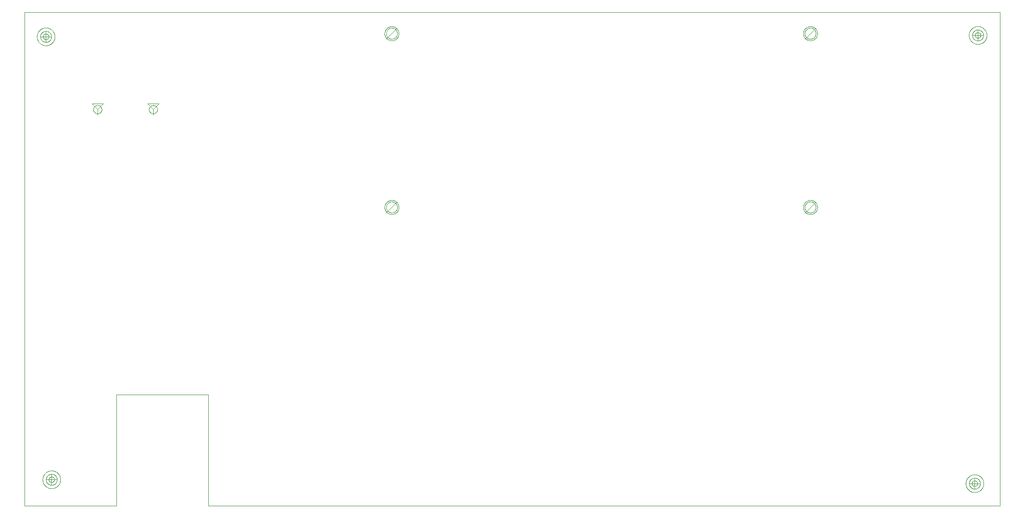
<source format=gbr>
G75*
%MOIN*%
%OFA0B0*%
%FSLAX25Y25*%
%IPPOS*%
%LPD*%
%AMOC8*
5,1,8,0,0,1.08239X$1,22.5*
%
%ADD10C,0.00000*%
%ADD11C,0.00100*%
D10*
X0001000Y0005063D02*
X0001000Y0354138D01*
X0690920Y0354138D01*
X0690920Y0005063D01*
X0131187Y0005000D01*
X0131187Y0083500D01*
X0066187Y0083500D01*
X0066187Y0005063D01*
X0001000Y0005063D01*
X0013888Y0023500D02*
X0013890Y0023658D01*
X0013896Y0023816D01*
X0013906Y0023974D01*
X0013920Y0024132D01*
X0013938Y0024289D01*
X0013959Y0024446D01*
X0013985Y0024602D01*
X0014015Y0024758D01*
X0014048Y0024913D01*
X0014086Y0025066D01*
X0014127Y0025219D01*
X0014172Y0025371D01*
X0014221Y0025522D01*
X0014274Y0025671D01*
X0014330Y0025819D01*
X0014390Y0025965D01*
X0014454Y0026110D01*
X0014522Y0026253D01*
X0014593Y0026395D01*
X0014667Y0026535D01*
X0014745Y0026672D01*
X0014827Y0026808D01*
X0014911Y0026942D01*
X0015000Y0027073D01*
X0015091Y0027202D01*
X0015186Y0027329D01*
X0015283Y0027454D01*
X0015384Y0027576D01*
X0015488Y0027695D01*
X0015595Y0027812D01*
X0015705Y0027926D01*
X0015818Y0028037D01*
X0015933Y0028146D01*
X0016051Y0028251D01*
X0016172Y0028353D01*
X0016295Y0028453D01*
X0016421Y0028549D01*
X0016549Y0028642D01*
X0016679Y0028732D01*
X0016812Y0028818D01*
X0016947Y0028902D01*
X0017083Y0028981D01*
X0017222Y0029058D01*
X0017363Y0029130D01*
X0017505Y0029200D01*
X0017649Y0029265D01*
X0017795Y0029327D01*
X0017942Y0029385D01*
X0018091Y0029440D01*
X0018241Y0029491D01*
X0018392Y0029538D01*
X0018544Y0029581D01*
X0018697Y0029620D01*
X0018852Y0029656D01*
X0019007Y0029687D01*
X0019163Y0029715D01*
X0019319Y0029739D01*
X0019476Y0029759D01*
X0019634Y0029775D01*
X0019791Y0029787D01*
X0019950Y0029795D01*
X0020108Y0029799D01*
X0020266Y0029799D01*
X0020424Y0029795D01*
X0020583Y0029787D01*
X0020740Y0029775D01*
X0020898Y0029759D01*
X0021055Y0029739D01*
X0021211Y0029715D01*
X0021367Y0029687D01*
X0021522Y0029656D01*
X0021677Y0029620D01*
X0021830Y0029581D01*
X0021982Y0029538D01*
X0022133Y0029491D01*
X0022283Y0029440D01*
X0022432Y0029385D01*
X0022579Y0029327D01*
X0022725Y0029265D01*
X0022869Y0029200D01*
X0023011Y0029130D01*
X0023152Y0029058D01*
X0023291Y0028981D01*
X0023427Y0028902D01*
X0023562Y0028818D01*
X0023695Y0028732D01*
X0023825Y0028642D01*
X0023953Y0028549D01*
X0024079Y0028453D01*
X0024202Y0028353D01*
X0024323Y0028251D01*
X0024441Y0028146D01*
X0024556Y0028037D01*
X0024669Y0027926D01*
X0024779Y0027812D01*
X0024886Y0027695D01*
X0024990Y0027576D01*
X0025091Y0027454D01*
X0025188Y0027329D01*
X0025283Y0027202D01*
X0025374Y0027073D01*
X0025463Y0026942D01*
X0025547Y0026808D01*
X0025629Y0026672D01*
X0025707Y0026535D01*
X0025781Y0026395D01*
X0025852Y0026253D01*
X0025920Y0026110D01*
X0025984Y0025965D01*
X0026044Y0025819D01*
X0026100Y0025671D01*
X0026153Y0025522D01*
X0026202Y0025371D01*
X0026247Y0025219D01*
X0026288Y0025066D01*
X0026326Y0024913D01*
X0026359Y0024758D01*
X0026389Y0024602D01*
X0026415Y0024446D01*
X0026436Y0024289D01*
X0026454Y0024132D01*
X0026468Y0023974D01*
X0026478Y0023816D01*
X0026484Y0023658D01*
X0026486Y0023500D01*
X0026484Y0023342D01*
X0026478Y0023184D01*
X0026468Y0023026D01*
X0026454Y0022868D01*
X0026436Y0022711D01*
X0026415Y0022554D01*
X0026389Y0022398D01*
X0026359Y0022242D01*
X0026326Y0022087D01*
X0026288Y0021934D01*
X0026247Y0021781D01*
X0026202Y0021629D01*
X0026153Y0021478D01*
X0026100Y0021329D01*
X0026044Y0021181D01*
X0025984Y0021035D01*
X0025920Y0020890D01*
X0025852Y0020747D01*
X0025781Y0020605D01*
X0025707Y0020465D01*
X0025629Y0020328D01*
X0025547Y0020192D01*
X0025463Y0020058D01*
X0025374Y0019927D01*
X0025283Y0019798D01*
X0025188Y0019671D01*
X0025091Y0019546D01*
X0024990Y0019424D01*
X0024886Y0019305D01*
X0024779Y0019188D01*
X0024669Y0019074D01*
X0024556Y0018963D01*
X0024441Y0018854D01*
X0024323Y0018749D01*
X0024202Y0018647D01*
X0024079Y0018547D01*
X0023953Y0018451D01*
X0023825Y0018358D01*
X0023695Y0018268D01*
X0023562Y0018182D01*
X0023427Y0018098D01*
X0023291Y0018019D01*
X0023152Y0017942D01*
X0023011Y0017870D01*
X0022869Y0017800D01*
X0022725Y0017735D01*
X0022579Y0017673D01*
X0022432Y0017615D01*
X0022283Y0017560D01*
X0022133Y0017509D01*
X0021982Y0017462D01*
X0021830Y0017419D01*
X0021677Y0017380D01*
X0021522Y0017344D01*
X0021367Y0017313D01*
X0021211Y0017285D01*
X0021055Y0017261D01*
X0020898Y0017241D01*
X0020740Y0017225D01*
X0020583Y0017213D01*
X0020424Y0017205D01*
X0020266Y0017201D01*
X0020108Y0017201D01*
X0019950Y0017205D01*
X0019791Y0017213D01*
X0019634Y0017225D01*
X0019476Y0017241D01*
X0019319Y0017261D01*
X0019163Y0017285D01*
X0019007Y0017313D01*
X0018852Y0017344D01*
X0018697Y0017380D01*
X0018544Y0017419D01*
X0018392Y0017462D01*
X0018241Y0017509D01*
X0018091Y0017560D01*
X0017942Y0017615D01*
X0017795Y0017673D01*
X0017649Y0017735D01*
X0017505Y0017800D01*
X0017363Y0017870D01*
X0017222Y0017942D01*
X0017083Y0018019D01*
X0016947Y0018098D01*
X0016812Y0018182D01*
X0016679Y0018268D01*
X0016549Y0018358D01*
X0016421Y0018451D01*
X0016295Y0018547D01*
X0016172Y0018647D01*
X0016051Y0018749D01*
X0015933Y0018854D01*
X0015818Y0018963D01*
X0015705Y0019074D01*
X0015595Y0019188D01*
X0015488Y0019305D01*
X0015384Y0019424D01*
X0015283Y0019546D01*
X0015186Y0019671D01*
X0015091Y0019798D01*
X0015000Y0019927D01*
X0014911Y0020058D01*
X0014827Y0020192D01*
X0014745Y0020328D01*
X0014667Y0020465D01*
X0014593Y0020605D01*
X0014522Y0020747D01*
X0014454Y0020890D01*
X0014390Y0021035D01*
X0014330Y0021181D01*
X0014274Y0021329D01*
X0014221Y0021478D01*
X0014172Y0021629D01*
X0014127Y0021781D01*
X0014086Y0021934D01*
X0014048Y0022087D01*
X0014015Y0022242D01*
X0013985Y0022398D01*
X0013959Y0022554D01*
X0013938Y0022711D01*
X0013920Y0022868D01*
X0013906Y0023026D01*
X0013896Y0023184D01*
X0013890Y0023342D01*
X0013888Y0023500D01*
X0255837Y0216250D02*
X0255839Y0216391D01*
X0255845Y0216532D01*
X0255855Y0216672D01*
X0255869Y0216812D01*
X0255887Y0216952D01*
X0255908Y0217091D01*
X0255934Y0217230D01*
X0255963Y0217368D01*
X0255997Y0217504D01*
X0256034Y0217640D01*
X0256075Y0217775D01*
X0256120Y0217909D01*
X0256169Y0218041D01*
X0256221Y0218172D01*
X0256277Y0218301D01*
X0256337Y0218428D01*
X0256400Y0218554D01*
X0256466Y0218678D01*
X0256537Y0218801D01*
X0256610Y0218921D01*
X0256687Y0219039D01*
X0256767Y0219155D01*
X0256851Y0219268D01*
X0256937Y0219379D01*
X0257027Y0219488D01*
X0257120Y0219594D01*
X0257215Y0219697D01*
X0257314Y0219798D01*
X0257415Y0219896D01*
X0257519Y0219991D01*
X0257626Y0220083D01*
X0257735Y0220172D01*
X0257847Y0220257D01*
X0257961Y0220340D01*
X0258077Y0220420D01*
X0258196Y0220496D01*
X0258317Y0220568D01*
X0258439Y0220638D01*
X0258564Y0220703D01*
X0258690Y0220766D01*
X0258818Y0220824D01*
X0258948Y0220879D01*
X0259079Y0220931D01*
X0259212Y0220978D01*
X0259346Y0221022D01*
X0259481Y0221063D01*
X0259617Y0221099D01*
X0259754Y0221131D01*
X0259892Y0221160D01*
X0260030Y0221185D01*
X0260170Y0221205D01*
X0260310Y0221222D01*
X0260450Y0221235D01*
X0260591Y0221244D01*
X0260731Y0221249D01*
X0260872Y0221250D01*
X0261013Y0221247D01*
X0261154Y0221240D01*
X0261294Y0221229D01*
X0261434Y0221214D01*
X0261574Y0221195D01*
X0261713Y0221173D01*
X0261851Y0221146D01*
X0261989Y0221116D01*
X0262125Y0221081D01*
X0262261Y0221043D01*
X0262395Y0221001D01*
X0262529Y0220955D01*
X0262661Y0220906D01*
X0262791Y0220852D01*
X0262920Y0220795D01*
X0263047Y0220735D01*
X0263173Y0220671D01*
X0263296Y0220603D01*
X0263418Y0220532D01*
X0263538Y0220458D01*
X0263655Y0220380D01*
X0263770Y0220299D01*
X0263883Y0220215D01*
X0263994Y0220128D01*
X0264102Y0220037D01*
X0264207Y0219944D01*
X0264310Y0219847D01*
X0264410Y0219748D01*
X0264507Y0219646D01*
X0264601Y0219541D01*
X0264692Y0219434D01*
X0264780Y0219324D01*
X0264865Y0219212D01*
X0264947Y0219097D01*
X0265026Y0218980D01*
X0265101Y0218861D01*
X0265173Y0218740D01*
X0265241Y0218617D01*
X0265306Y0218492D01*
X0265368Y0218365D01*
X0265425Y0218236D01*
X0265480Y0218106D01*
X0265530Y0217975D01*
X0265577Y0217842D01*
X0265620Y0217708D01*
X0265659Y0217572D01*
X0265694Y0217436D01*
X0265726Y0217299D01*
X0265753Y0217161D01*
X0265777Y0217022D01*
X0265797Y0216882D01*
X0265813Y0216742D01*
X0265825Y0216602D01*
X0265833Y0216461D01*
X0265837Y0216320D01*
X0265837Y0216180D01*
X0265833Y0216039D01*
X0265825Y0215898D01*
X0265813Y0215758D01*
X0265797Y0215618D01*
X0265777Y0215478D01*
X0265753Y0215339D01*
X0265726Y0215201D01*
X0265694Y0215064D01*
X0265659Y0214928D01*
X0265620Y0214792D01*
X0265577Y0214658D01*
X0265530Y0214525D01*
X0265480Y0214394D01*
X0265425Y0214264D01*
X0265368Y0214135D01*
X0265306Y0214008D01*
X0265241Y0213883D01*
X0265173Y0213760D01*
X0265101Y0213639D01*
X0265026Y0213520D01*
X0264947Y0213403D01*
X0264865Y0213288D01*
X0264780Y0213176D01*
X0264692Y0213066D01*
X0264601Y0212959D01*
X0264507Y0212854D01*
X0264410Y0212752D01*
X0264310Y0212653D01*
X0264207Y0212556D01*
X0264102Y0212463D01*
X0263994Y0212372D01*
X0263883Y0212285D01*
X0263770Y0212201D01*
X0263655Y0212120D01*
X0263538Y0212042D01*
X0263418Y0211968D01*
X0263296Y0211897D01*
X0263173Y0211829D01*
X0263047Y0211765D01*
X0262920Y0211705D01*
X0262791Y0211648D01*
X0262661Y0211594D01*
X0262529Y0211545D01*
X0262395Y0211499D01*
X0262261Y0211457D01*
X0262125Y0211419D01*
X0261989Y0211384D01*
X0261851Y0211354D01*
X0261713Y0211327D01*
X0261574Y0211305D01*
X0261434Y0211286D01*
X0261294Y0211271D01*
X0261154Y0211260D01*
X0261013Y0211253D01*
X0260872Y0211250D01*
X0260731Y0211251D01*
X0260591Y0211256D01*
X0260450Y0211265D01*
X0260310Y0211278D01*
X0260170Y0211295D01*
X0260030Y0211315D01*
X0259892Y0211340D01*
X0259754Y0211369D01*
X0259617Y0211401D01*
X0259481Y0211437D01*
X0259346Y0211478D01*
X0259212Y0211522D01*
X0259079Y0211569D01*
X0258948Y0211621D01*
X0258818Y0211676D01*
X0258690Y0211734D01*
X0258564Y0211797D01*
X0258439Y0211862D01*
X0258317Y0211932D01*
X0258196Y0212004D01*
X0258077Y0212080D01*
X0257961Y0212160D01*
X0257847Y0212243D01*
X0257735Y0212328D01*
X0257626Y0212417D01*
X0257519Y0212509D01*
X0257415Y0212604D01*
X0257314Y0212702D01*
X0257215Y0212803D01*
X0257120Y0212906D01*
X0257027Y0213012D01*
X0256937Y0213121D01*
X0256851Y0213232D01*
X0256767Y0213345D01*
X0256687Y0213461D01*
X0256610Y0213579D01*
X0256537Y0213699D01*
X0256466Y0213822D01*
X0256400Y0213946D01*
X0256337Y0214072D01*
X0256277Y0214199D01*
X0256221Y0214328D01*
X0256169Y0214459D01*
X0256120Y0214591D01*
X0256075Y0214725D01*
X0256034Y0214860D01*
X0255997Y0214996D01*
X0255963Y0215132D01*
X0255934Y0215270D01*
X0255908Y0215409D01*
X0255887Y0215548D01*
X0255869Y0215688D01*
X0255855Y0215828D01*
X0255845Y0215968D01*
X0255839Y0216109D01*
X0255837Y0216250D01*
X0089169Y0285486D02*
X0089171Y0285594D01*
X0089177Y0285703D01*
X0089187Y0285811D01*
X0089201Y0285918D01*
X0089219Y0286025D01*
X0089240Y0286132D01*
X0089266Y0286237D01*
X0089296Y0286342D01*
X0089329Y0286445D01*
X0089366Y0286547D01*
X0089407Y0286647D01*
X0089451Y0286746D01*
X0089500Y0286844D01*
X0089551Y0286939D01*
X0089606Y0287032D01*
X0089665Y0287124D01*
X0089727Y0287213D01*
X0089792Y0287300D01*
X0089860Y0287384D01*
X0089931Y0287466D01*
X0090005Y0287545D01*
X0090082Y0287621D01*
X0090162Y0287695D01*
X0090245Y0287765D01*
X0090330Y0287833D01*
X0090417Y0287897D01*
X0090507Y0287958D01*
X0090599Y0288016D01*
X0090693Y0288070D01*
X0090789Y0288121D01*
X0090886Y0288168D01*
X0090986Y0288212D01*
X0091087Y0288252D01*
X0091189Y0288288D01*
X0091292Y0288320D01*
X0091397Y0288349D01*
X0091503Y0288373D01*
X0091609Y0288394D01*
X0091716Y0288411D01*
X0091824Y0288424D01*
X0091932Y0288433D01*
X0092041Y0288438D01*
X0092149Y0288439D01*
X0092258Y0288436D01*
X0092366Y0288429D01*
X0092474Y0288418D01*
X0092581Y0288403D01*
X0092688Y0288384D01*
X0092794Y0288361D01*
X0092899Y0288335D01*
X0093004Y0288304D01*
X0093106Y0288270D01*
X0093208Y0288232D01*
X0093308Y0288190D01*
X0093407Y0288145D01*
X0093504Y0288096D01*
X0093598Y0288043D01*
X0093691Y0287987D01*
X0093782Y0287928D01*
X0093871Y0287865D01*
X0093957Y0287800D01*
X0094041Y0287731D01*
X0094122Y0287659D01*
X0094200Y0287584D01*
X0094276Y0287506D01*
X0094349Y0287425D01*
X0094419Y0287342D01*
X0094485Y0287257D01*
X0094549Y0287169D01*
X0094609Y0287078D01*
X0094666Y0286986D01*
X0094719Y0286891D01*
X0094769Y0286795D01*
X0094815Y0286697D01*
X0094858Y0286597D01*
X0094897Y0286496D01*
X0094932Y0286393D01*
X0094964Y0286290D01*
X0094991Y0286185D01*
X0095015Y0286079D01*
X0095035Y0285972D01*
X0095051Y0285865D01*
X0095063Y0285757D01*
X0095071Y0285649D01*
X0095075Y0285540D01*
X0095075Y0285432D01*
X0095071Y0285323D01*
X0095063Y0285215D01*
X0095051Y0285107D01*
X0095035Y0285000D01*
X0095015Y0284893D01*
X0094991Y0284787D01*
X0094964Y0284682D01*
X0094932Y0284579D01*
X0094897Y0284476D01*
X0094858Y0284375D01*
X0094815Y0284275D01*
X0094769Y0284177D01*
X0094719Y0284081D01*
X0094666Y0283986D01*
X0094609Y0283894D01*
X0094549Y0283803D01*
X0094485Y0283715D01*
X0094419Y0283630D01*
X0094349Y0283547D01*
X0094276Y0283466D01*
X0094200Y0283388D01*
X0094122Y0283313D01*
X0094041Y0283241D01*
X0093957Y0283172D01*
X0093871Y0283107D01*
X0093782Y0283044D01*
X0093691Y0282985D01*
X0093599Y0282929D01*
X0093504Y0282876D01*
X0093407Y0282827D01*
X0093308Y0282782D01*
X0093208Y0282740D01*
X0093106Y0282702D01*
X0093004Y0282668D01*
X0092899Y0282637D01*
X0092794Y0282611D01*
X0092688Y0282588D01*
X0092581Y0282569D01*
X0092474Y0282554D01*
X0092366Y0282543D01*
X0092258Y0282536D01*
X0092149Y0282533D01*
X0092041Y0282534D01*
X0091932Y0282539D01*
X0091824Y0282548D01*
X0091716Y0282561D01*
X0091609Y0282578D01*
X0091503Y0282599D01*
X0091397Y0282623D01*
X0091292Y0282652D01*
X0091189Y0282684D01*
X0091087Y0282720D01*
X0090986Y0282760D01*
X0090886Y0282804D01*
X0090789Y0282851D01*
X0090693Y0282902D01*
X0090599Y0282956D01*
X0090507Y0283014D01*
X0090417Y0283075D01*
X0090330Y0283139D01*
X0090245Y0283207D01*
X0090162Y0283277D01*
X0090082Y0283351D01*
X0090005Y0283427D01*
X0089931Y0283506D01*
X0089860Y0283588D01*
X0089792Y0283672D01*
X0089727Y0283759D01*
X0089665Y0283848D01*
X0089606Y0283940D01*
X0089551Y0284033D01*
X0089500Y0284128D01*
X0089451Y0284226D01*
X0089407Y0284325D01*
X0089366Y0284425D01*
X0089329Y0284527D01*
X0089296Y0284630D01*
X0089266Y0284735D01*
X0089240Y0284840D01*
X0089219Y0284947D01*
X0089201Y0285054D01*
X0089187Y0285161D01*
X0089177Y0285269D01*
X0089171Y0285378D01*
X0089169Y0285486D01*
X0049799Y0285486D02*
X0049801Y0285594D01*
X0049807Y0285703D01*
X0049817Y0285811D01*
X0049831Y0285918D01*
X0049849Y0286025D01*
X0049870Y0286132D01*
X0049896Y0286237D01*
X0049926Y0286342D01*
X0049959Y0286445D01*
X0049996Y0286547D01*
X0050037Y0286647D01*
X0050081Y0286746D01*
X0050130Y0286844D01*
X0050181Y0286939D01*
X0050236Y0287032D01*
X0050295Y0287124D01*
X0050357Y0287213D01*
X0050422Y0287300D01*
X0050490Y0287384D01*
X0050561Y0287466D01*
X0050635Y0287545D01*
X0050712Y0287621D01*
X0050792Y0287695D01*
X0050875Y0287765D01*
X0050960Y0287833D01*
X0051047Y0287897D01*
X0051137Y0287958D01*
X0051229Y0288016D01*
X0051323Y0288070D01*
X0051419Y0288121D01*
X0051516Y0288168D01*
X0051616Y0288212D01*
X0051717Y0288252D01*
X0051819Y0288288D01*
X0051922Y0288320D01*
X0052027Y0288349D01*
X0052133Y0288373D01*
X0052239Y0288394D01*
X0052346Y0288411D01*
X0052454Y0288424D01*
X0052562Y0288433D01*
X0052671Y0288438D01*
X0052779Y0288439D01*
X0052888Y0288436D01*
X0052996Y0288429D01*
X0053104Y0288418D01*
X0053211Y0288403D01*
X0053318Y0288384D01*
X0053424Y0288361D01*
X0053529Y0288335D01*
X0053634Y0288304D01*
X0053736Y0288270D01*
X0053838Y0288232D01*
X0053938Y0288190D01*
X0054037Y0288145D01*
X0054134Y0288096D01*
X0054228Y0288043D01*
X0054321Y0287987D01*
X0054412Y0287928D01*
X0054501Y0287865D01*
X0054587Y0287800D01*
X0054671Y0287731D01*
X0054752Y0287659D01*
X0054830Y0287584D01*
X0054906Y0287506D01*
X0054979Y0287425D01*
X0055049Y0287342D01*
X0055115Y0287257D01*
X0055179Y0287169D01*
X0055239Y0287078D01*
X0055296Y0286986D01*
X0055349Y0286891D01*
X0055399Y0286795D01*
X0055445Y0286697D01*
X0055488Y0286597D01*
X0055527Y0286496D01*
X0055562Y0286393D01*
X0055594Y0286290D01*
X0055621Y0286185D01*
X0055645Y0286079D01*
X0055665Y0285972D01*
X0055681Y0285865D01*
X0055693Y0285757D01*
X0055701Y0285649D01*
X0055705Y0285540D01*
X0055705Y0285432D01*
X0055701Y0285323D01*
X0055693Y0285215D01*
X0055681Y0285107D01*
X0055665Y0285000D01*
X0055645Y0284893D01*
X0055621Y0284787D01*
X0055594Y0284682D01*
X0055562Y0284579D01*
X0055527Y0284476D01*
X0055488Y0284375D01*
X0055445Y0284275D01*
X0055399Y0284177D01*
X0055349Y0284081D01*
X0055296Y0283986D01*
X0055239Y0283894D01*
X0055179Y0283803D01*
X0055115Y0283715D01*
X0055049Y0283630D01*
X0054979Y0283547D01*
X0054906Y0283466D01*
X0054830Y0283388D01*
X0054752Y0283313D01*
X0054671Y0283241D01*
X0054587Y0283172D01*
X0054501Y0283107D01*
X0054412Y0283044D01*
X0054321Y0282985D01*
X0054229Y0282929D01*
X0054134Y0282876D01*
X0054037Y0282827D01*
X0053938Y0282782D01*
X0053838Y0282740D01*
X0053736Y0282702D01*
X0053634Y0282668D01*
X0053529Y0282637D01*
X0053424Y0282611D01*
X0053318Y0282588D01*
X0053211Y0282569D01*
X0053104Y0282554D01*
X0052996Y0282543D01*
X0052888Y0282536D01*
X0052779Y0282533D01*
X0052671Y0282534D01*
X0052562Y0282539D01*
X0052454Y0282548D01*
X0052346Y0282561D01*
X0052239Y0282578D01*
X0052133Y0282599D01*
X0052027Y0282623D01*
X0051922Y0282652D01*
X0051819Y0282684D01*
X0051717Y0282720D01*
X0051616Y0282760D01*
X0051516Y0282804D01*
X0051419Y0282851D01*
X0051323Y0282902D01*
X0051229Y0282956D01*
X0051137Y0283014D01*
X0051047Y0283075D01*
X0050960Y0283139D01*
X0050875Y0283207D01*
X0050792Y0283277D01*
X0050712Y0283351D01*
X0050635Y0283427D01*
X0050561Y0283506D01*
X0050490Y0283588D01*
X0050422Y0283672D01*
X0050357Y0283759D01*
X0050295Y0283848D01*
X0050236Y0283940D01*
X0050181Y0284033D01*
X0050130Y0284128D01*
X0050081Y0284226D01*
X0050037Y0284325D01*
X0049996Y0284425D01*
X0049959Y0284527D01*
X0049926Y0284630D01*
X0049896Y0284735D01*
X0049870Y0284840D01*
X0049849Y0284947D01*
X0049831Y0285054D01*
X0049817Y0285161D01*
X0049807Y0285269D01*
X0049801Y0285378D01*
X0049799Y0285486D01*
X0009888Y0337000D02*
X0009890Y0337158D01*
X0009896Y0337316D01*
X0009906Y0337474D01*
X0009920Y0337632D01*
X0009938Y0337789D01*
X0009959Y0337946D01*
X0009985Y0338102D01*
X0010015Y0338258D01*
X0010048Y0338413D01*
X0010086Y0338566D01*
X0010127Y0338719D01*
X0010172Y0338871D01*
X0010221Y0339022D01*
X0010274Y0339171D01*
X0010330Y0339319D01*
X0010390Y0339465D01*
X0010454Y0339610D01*
X0010522Y0339753D01*
X0010593Y0339895D01*
X0010667Y0340035D01*
X0010745Y0340172D01*
X0010827Y0340308D01*
X0010911Y0340442D01*
X0011000Y0340573D01*
X0011091Y0340702D01*
X0011186Y0340829D01*
X0011283Y0340954D01*
X0011384Y0341076D01*
X0011488Y0341195D01*
X0011595Y0341312D01*
X0011705Y0341426D01*
X0011818Y0341537D01*
X0011933Y0341646D01*
X0012051Y0341751D01*
X0012172Y0341853D01*
X0012295Y0341953D01*
X0012421Y0342049D01*
X0012549Y0342142D01*
X0012679Y0342232D01*
X0012812Y0342318D01*
X0012947Y0342402D01*
X0013083Y0342481D01*
X0013222Y0342558D01*
X0013363Y0342630D01*
X0013505Y0342700D01*
X0013649Y0342765D01*
X0013795Y0342827D01*
X0013942Y0342885D01*
X0014091Y0342940D01*
X0014241Y0342991D01*
X0014392Y0343038D01*
X0014544Y0343081D01*
X0014697Y0343120D01*
X0014852Y0343156D01*
X0015007Y0343187D01*
X0015163Y0343215D01*
X0015319Y0343239D01*
X0015476Y0343259D01*
X0015634Y0343275D01*
X0015791Y0343287D01*
X0015950Y0343295D01*
X0016108Y0343299D01*
X0016266Y0343299D01*
X0016424Y0343295D01*
X0016583Y0343287D01*
X0016740Y0343275D01*
X0016898Y0343259D01*
X0017055Y0343239D01*
X0017211Y0343215D01*
X0017367Y0343187D01*
X0017522Y0343156D01*
X0017677Y0343120D01*
X0017830Y0343081D01*
X0017982Y0343038D01*
X0018133Y0342991D01*
X0018283Y0342940D01*
X0018432Y0342885D01*
X0018579Y0342827D01*
X0018725Y0342765D01*
X0018869Y0342700D01*
X0019011Y0342630D01*
X0019152Y0342558D01*
X0019291Y0342481D01*
X0019427Y0342402D01*
X0019562Y0342318D01*
X0019695Y0342232D01*
X0019825Y0342142D01*
X0019953Y0342049D01*
X0020079Y0341953D01*
X0020202Y0341853D01*
X0020323Y0341751D01*
X0020441Y0341646D01*
X0020556Y0341537D01*
X0020669Y0341426D01*
X0020779Y0341312D01*
X0020886Y0341195D01*
X0020990Y0341076D01*
X0021091Y0340954D01*
X0021188Y0340829D01*
X0021283Y0340702D01*
X0021374Y0340573D01*
X0021463Y0340442D01*
X0021547Y0340308D01*
X0021629Y0340172D01*
X0021707Y0340035D01*
X0021781Y0339895D01*
X0021852Y0339753D01*
X0021920Y0339610D01*
X0021984Y0339465D01*
X0022044Y0339319D01*
X0022100Y0339171D01*
X0022153Y0339022D01*
X0022202Y0338871D01*
X0022247Y0338719D01*
X0022288Y0338566D01*
X0022326Y0338413D01*
X0022359Y0338258D01*
X0022389Y0338102D01*
X0022415Y0337946D01*
X0022436Y0337789D01*
X0022454Y0337632D01*
X0022468Y0337474D01*
X0022478Y0337316D01*
X0022484Y0337158D01*
X0022486Y0337000D01*
X0022484Y0336842D01*
X0022478Y0336684D01*
X0022468Y0336526D01*
X0022454Y0336368D01*
X0022436Y0336211D01*
X0022415Y0336054D01*
X0022389Y0335898D01*
X0022359Y0335742D01*
X0022326Y0335587D01*
X0022288Y0335434D01*
X0022247Y0335281D01*
X0022202Y0335129D01*
X0022153Y0334978D01*
X0022100Y0334829D01*
X0022044Y0334681D01*
X0021984Y0334535D01*
X0021920Y0334390D01*
X0021852Y0334247D01*
X0021781Y0334105D01*
X0021707Y0333965D01*
X0021629Y0333828D01*
X0021547Y0333692D01*
X0021463Y0333558D01*
X0021374Y0333427D01*
X0021283Y0333298D01*
X0021188Y0333171D01*
X0021091Y0333046D01*
X0020990Y0332924D01*
X0020886Y0332805D01*
X0020779Y0332688D01*
X0020669Y0332574D01*
X0020556Y0332463D01*
X0020441Y0332354D01*
X0020323Y0332249D01*
X0020202Y0332147D01*
X0020079Y0332047D01*
X0019953Y0331951D01*
X0019825Y0331858D01*
X0019695Y0331768D01*
X0019562Y0331682D01*
X0019427Y0331598D01*
X0019291Y0331519D01*
X0019152Y0331442D01*
X0019011Y0331370D01*
X0018869Y0331300D01*
X0018725Y0331235D01*
X0018579Y0331173D01*
X0018432Y0331115D01*
X0018283Y0331060D01*
X0018133Y0331009D01*
X0017982Y0330962D01*
X0017830Y0330919D01*
X0017677Y0330880D01*
X0017522Y0330844D01*
X0017367Y0330813D01*
X0017211Y0330785D01*
X0017055Y0330761D01*
X0016898Y0330741D01*
X0016740Y0330725D01*
X0016583Y0330713D01*
X0016424Y0330705D01*
X0016266Y0330701D01*
X0016108Y0330701D01*
X0015950Y0330705D01*
X0015791Y0330713D01*
X0015634Y0330725D01*
X0015476Y0330741D01*
X0015319Y0330761D01*
X0015163Y0330785D01*
X0015007Y0330813D01*
X0014852Y0330844D01*
X0014697Y0330880D01*
X0014544Y0330919D01*
X0014392Y0330962D01*
X0014241Y0331009D01*
X0014091Y0331060D01*
X0013942Y0331115D01*
X0013795Y0331173D01*
X0013649Y0331235D01*
X0013505Y0331300D01*
X0013363Y0331370D01*
X0013222Y0331442D01*
X0013083Y0331519D01*
X0012947Y0331598D01*
X0012812Y0331682D01*
X0012679Y0331768D01*
X0012549Y0331858D01*
X0012421Y0331951D01*
X0012295Y0332047D01*
X0012172Y0332147D01*
X0012051Y0332249D01*
X0011933Y0332354D01*
X0011818Y0332463D01*
X0011705Y0332574D01*
X0011595Y0332688D01*
X0011488Y0332805D01*
X0011384Y0332924D01*
X0011283Y0333046D01*
X0011186Y0333171D01*
X0011091Y0333298D01*
X0011000Y0333427D01*
X0010911Y0333558D01*
X0010827Y0333692D01*
X0010745Y0333828D01*
X0010667Y0333965D01*
X0010593Y0334105D01*
X0010522Y0334247D01*
X0010454Y0334390D01*
X0010390Y0334535D01*
X0010330Y0334681D01*
X0010274Y0334829D01*
X0010221Y0334978D01*
X0010172Y0335129D01*
X0010127Y0335281D01*
X0010086Y0335434D01*
X0010048Y0335587D01*
X0010015Y0335742D01*
X0009985Y0335898D01*
X0009959Y0336054D01*
X0009938Y0336211D01*
X0009920Y0336368D01*
X0009906Y0336526D01*
X0009896Y0336684D01*
X0009890Y0336842D01*
X0009888Y0337000D01*
X0255837Y0339250D02*
X0255839Y0339391D01*
X0255845Y0339532D01*
X0255855Y0339672D01*
X0255869Y0339812D01*
X0255887Y0339952D01*
X0255908Y0340091D01*
X0255934Y0340230D01*
X0255963Y0340368D01*
X0255997Y0340504D01*
X0256034Y0340640D01*
X0256075Y0340775D01*
X0256120Y0340909D01*
X0256169Y0341041D01*
X0256221Y0341172D01*
X0256277Y0341301D01*
X0256337Y0341428D01*
X0256400Y0341554D01*
X0256466Y0341678D01*
X0256537Y0341801D01*
X0256610Y0341921D01*
X0256687Y0342039D01*
X0256767Y0342155D01*
X0256851Y0342268D01*
X0256937Y0342379D01*
X0257027Y0342488D01*
X0257120Y0342594D01*
X0257215Y0342697D01*
X0257314Y0342798D01*
X0257415Y0342896D01*
X0257519Y0342991D01*
X0257626Y0343083D01*
X0257735Y0343172D01*
X0257847Y0343257D01*
X0257961Y0343340D01*
X0258077Y0343420D01*
X0258196Y0343496D01*
X0258317Y0343568D01*
X0258439Y0343638D01*
X0258564Y0343703D01*
X0258690Y0343766D01*
X0258818Y0343824D01*
X0258948Y0343879D01*
X0259079Y0343931D01*
X0259212Y0343978D01*
X0259346Y0344022D01*
X0259481Y0344063D01*
X0259617Y0344099D01*
X0259754Y0344131D01*
X0259892Y0344160D01*
X0260030Y0344185D01*
X0260170Y0344205D01*
X0260310Y0344222D01*
X0260450Y0344235D01*
X0260591Y0344244D01*
X0260731Y0344249D01*
X0260872Y0344250D01*
X0261013Y0344247D01*
X0261154Y0344240D01*
X0261294Y0344229D01*
X0261434Y0344214D01*
X0261574Y0344195D01*
X0261713Y0344173D01*
X0261851Y0344146D01*
X0261989Y0344116D01*
X0262125Y0344081D01*
X0262261Y0344043D01*
X0262395Y0344001D01*
X0262529Y0343955D01*
X0262661Y0343906D01*
X0262791Y0343852D01*
X0262920Y0343795D01*
X0263047Y0343735D01*
X0263173Y0343671D01*
X0263296Y0343603D01*
X0263418Y0343532D01*
X0263538Y0343458D01*
X0263655Y0343380D01*
X0263770Y0343299D01*
X0263883Y0343215D01*
X0263994Y0343128D01*
X0264102Y0343037D01*
X0264207Y0342944D01*
X0264310Y0342847D01*
X0264410Y0342748D01*
X0264507Y0342646D01*
X0264601Y0342541D01*
X0264692Y0342434D01*
X0264780Y0342324D01*
X0264865Y0342212D01*
X0264947Y0342097D01*
X0265026Y0341980D01*
X0265101Y0341861D01*
X0265173Y0341740D01*
X0265241Y0341617D01*
X0265306Y0341492D01*
X0265368Y0341365D01*
X0265425Y0341236D01*
X0265480Y0341106D01*
X0265530Y0340975D01*
X0265577Y0340842D01*
X0265620Y0340708D01*
X0265659Y0340572D01*
X0265694Y0340436D01*
X0265726Y0340299D01*
X0265753Y0340161D01*
X0265777Y0340022D01*
X0265797Y0339882D01*
X0265813Y0339742D01*
X0265825Y0339602D01*
X0265833Y0339461D01*
X0265837Y0339320D01*
X0265837Y0339180D01*
X0265833Y0339039D01*
X0265825Y0338898D01*
X0265813Y0338758D01*
X0265797Y0338618D01*
X0265777Y0338478D01*
X0265753Y0338339D01*
X0265726Y0338201D01*
X0265694Y0338064D01*
X0265659Y0337928D01*
X0265620Y0337792D01*
X0265577Y0337658D01*
X0265530Y0337525D01*
X0265480Y0337394D01*
X0265425Y0337264D01*
X0265368Y0337135D01*
X0265306Y0337008D01*
X0265241Y0336883D01*
X0265173Y0336760D01*
X0265101Y0336639D01*
X0265026Y0336520D01*
X0264947Y0336403D01*
X0264865Y0336288D01*
X0264780Y0336176D01*
X0264692Y0336066D01*
X0264601Y0335959D01*
X0264507Y0335854D01*
X0264410Y0335752D01*
X0264310Y0335653D01*
X0264207Y0335556D01*
X0264102Y0335463D01*
X0263994Y0335372D01*
X0263883Y0335285D01*
X0263770Y0335201D01*
X0263655Y0335120D01*
X0263538Y0335042D01*
X0263418Y0334968D01*
X0263296Y0334897D01*
X0263173Y0334829D01*
X0263047Y0334765D01*
X0262920Y0334705D01*
X0262791Y0334648D01*
X0262661Y0334594D01*
X0262529Y0334545D01*
X0262395Y0334499D01*
X0262261Y0334457D01*
X0262125Y0334419D01*
X0261989Y0334384D01*
X0261851Y0334354D01*
X0261713Y0334327D01*
X0261574Y0334305D01*
X0261434Y0334286D01*
X0261294Y0334271D01*
X0261154Y0334260D01*
X0261013Y0334253D01*
X0260872Y0334250D01*
X0260731Y0334251D01*
X0260591Y0334256D01*
X0260450Y0334265D01*
X0260310Y0334278D01*
X0260170Y0334295D01*
X0260030Y0334315D01*
X0259892Y0334340D01*
X0259754Y0334369D01*
X0259617Y0334401D01*
X0259481Y0334437D01*
X0259346Y0334478D01*
X0259212Y0334522D01*
X0259079Y0334569D01*
X0258948Y0334621D01*
X0258818Y0334676D01*
X0258690Y0334734D01*
X0258564Y0334797D01*
X0258439Y0334862D01*
X0258317Y0334932D01*
X0258196Y0335004D01*
X0258077Y0335080D01*
X0257961Y0335160D01*
X0257847Y0335243D01*
X0257735Y0335328D01*
X0257626Y0335417D01*
X0257519Y0335509D01*
X0257415Y0335604D01*
X0257314Y0335702D01*
X0257215Y0335803D01*
X0257120Y0335906D01*
X0257027Y0336012D01*
X0256937Y0336121D01*
X0256851Y0336232D01*
X0256767Y0336345D01*
X0256687Y0336461D01*
X0256610Y0336579D01*
X0256537Y0336699D01*
X0256466Y0336822D01*
X0256400Y0336946D01*
X0256337Y0337072D01*
X0256277Y0337199D01*
X0256221Y0337328D01*
X0256169Y0337459D01*
X0256120Y0337591D01*
X0256075Y0337725D01*
X0256034Y0337860D01*
X0255997Y0337996D01*
X0255963Y0338132D01*
X0255934Y0338270D01*
X0255908Y0338409D01*
X0255887Y0338548D01*
X0255869Y0338688D01*
X0255855Y0338828D01*
X0255845Y0338968D01*
X0255839Y0339109D01*
X0255837Y0339250D01*
X0551937Y0339250D02*
X0551939Y0339391D01*
X0551945Y0339532D01*
X0551955Y0339672D01*
X0551969Y0339812D01*
X0551987Y0339952D01*
X0552008Y0340091D01*
X0552034Y0340230D01*
X0552063Y0340368D01*
X0552097Y0340504D01*
X0552134Y0340640D01*
X0552175Y0340775D01*
X0552220Y0340909D01*
X0552269Y0341041D01*
X0552321Y0341172D01*
X0552377Y0341301D01*
X0552437Y0341428D01*
X0552500Y0341554D01*
X0552566Y0341678D01*
X0552637Y0341801D01*
X0552710Y0341921D01*
X0552787Y0342039D01*
X0552867Y0342155D01*
X0552951Y0342268D01*
X0553037Y0342379D01*
X0553127Y0342488D01*
X0553220Y0342594D01*
X0553315Y0342697D01*
X0553414Y0342798D01*
X0553515Y0342896D01*
X0553619Y0342991D01*
X0553726Y0343083D01*
X0553835Y0343172D01*
X0553947Y0343257D01*
X0554061Y0343340D01*
X0554177Y0343420D01*
X0554296Y0343496D01*
X0554417Y0343568D01*
X0554539Y0343638D01*
X0554664Y0343703D01*
X0554790Y0343766D01*
X0554918Y0343824D01*
X0555048Y0343879D01*
X0555179Y0343931D01*
X0555312Y0343978D01*
X0555446Y0344022D01*
X0555581Y0344063D01*
X0555717Y0344099D01*
X0555854Y0344131D01*
X0555992Y0344160D01*
X0556130Y0344185D01*
X0556270Y0344205D01*
X0556410Y0344222D01*
X0556550Y0344235D01*
X0556691Y0344244D01*
X0556831Y0344249D01*
X0556972Y0344250D01*
X0557113Y0344247D01*
X0557254Y0344240D01*
X0557394Y0344229D01*
X0557534Y0344214D01*
X0557674Y0344195D01*
X0557813Y0344173D01*
X0557951Y0344146D01*
X0558089Y0344116D01*
X0558225Y0344081D01*
X0558361Y0344043D01*
X0558495Y0344001D01*
X0558629Y0343955D01*
X0558761Y0343906D01*
X0558891Y0343852D01*
X0559020Y0343795D01*
X0559147Y0343735D01*
X0559273Y0343671D01*
X0559396Y0343603D01*
X0559518Y0343532D01*
X0559638Y0343458D01*
X0559755Y0343380D01*
X0559870Y0343299D01*
X0559983Y0343215D01*
X0560094Y0343128D01*
X0560202Y0343037D01*
X0560307Y0342944D01*
X0560410Y0342847D01*
X0560510Y0342748D01*
X0560607Y0342646D01*
X0560701Y0342541D01*
X0560792Y0342434D01*
X0560880Y0342324D01*
X0560965Y0342212D01*
X0561047Y0342097D01*
X0561126Y0341980D01*
X0561201Y0341861D01*
X0561273Y0341740D01*
X0561341Y0341617D01*
X0561406Y0341492D01*
X0561468Y0341365D01*
X0561525Y0341236D01*
X0561580Y0341106D01*
X0561630Y0340975D01*
X0561677Y0340842D01*
X0561720Y0340708D01*
X0561759Y0340572D01*
X0561794Y0340436D01*
X0561826Y0340299D01*
X0561853Y0340161D01*
X0561877Y0340022D01*
X0561897Y0339882D01*
X0561913Y0339742D01*
X0561925Y0339602D01*
X0561933Y0339461D01*
X0561937Y0339320D01*
X0561937Y0339180D01*
X0561933Y0339039D01*
X0561925Y0338898D01*
X0561913Y0338758D01*
X0561897Y0338618D01*
X0561877Y0338478D01*
X0561853Y0338339D01*
X0561826Y0338201D01*
X0561794Y0338064D01*
X0561759Y0337928D01*
X0561720Y0337792D01*
X0561677Y0337658D01*
X0561630Y0337525D01*
X0561580Y0337394D01*
X0561525Y0337264D01*
X0561468Y0337135D01*
X0561406Y0337008D01*
X0561341Y0336883D01*
X0561273Y0336760D01*
X0561201Y0336639D01*
X0561126Y0336520D01*
X0561047Y0336403D01*
X0560965Y0336288D01*
X0560880Y0336176D01*
X0560792Y0336066D01*
X0560701Y0335959D01*
X0560607Y0335854D01*
X0560510Y0335752D01*
X0560410Y0335653D01*
X0560307Y0335556D01*
X0560202Y0335463D01*
X0560094Y0335372D01*
X0559983Y0335285D01*
X0559870Y0335201D01*
X0559755Y0335120D01*
X0559638Y0335042D01*
X0559518Y0334968D01*
X0559396Y0334897D01*
X0559273Y0334829D01*
X0559147Y0334765D01*
X0559020Y0334705D01*
X0558891Y0334648D01*
X0558761Y0334594D01*
X0558629Y0334545D01*
X0558495Y0334499D01*
X0558361Y0334457D01*
X0558225Y0334419D01*
X0558089Y0334384D01*
X0557951Y0334354D01*
X0557813Y0334327D01*
X0557674Y0334305D01*
X0557534Y0334286D01*
X0557394Y0334271D01*
X0557254Y0334260D01*
X0557113Y0334253D01*
X0556972Y0334250D01*
X0556831Y0334251D01*
X0556691Y0334256D01*
X0556550Y0334265D01*
X0556410Y0334278D01*
X0556270Y0334295D01*
X0556130Y0334315D01*
X0555992Y0334340D01*
X0555854Y0334369D01*
X0555717Y0334401D01*
X0555581Y0334437D01*
X0555446Y0334478D01*
X0555312Y0334522D01*
X0555179Y0334569D01*
X0555048Y0334621D01*
X0554918Y0334676D01*
X0554790Y0334734D01*
X0554664Y0334797D01*
X0554539Y0334862D01*
X0554417Y0334932D01*
X0554296Y0335004D01*
X0554177Y0335080D01*
X0554061Y0335160D01*
X0553947Y0335243D01*
X0553835Y0335328D01*
X0553726Y0335417D01*
X0553619Y0335509D01*
X0553515Y0335604D01*
X0553414Y0335702D01*
X0553315Y0335803D01*
X0553220Y0335906D01*
X0553127Y0336012D01*
X0553037Y0336121D01*
X0552951Y0336232D01*
X0552867Y0336345D01*
X0552787Y0336461D01*
X0552710Y0336579D01*
X0552637Y0336699D01*
X0552566Y0336822D01*
X0552500Y0336946D01*
X0552437Y0337072D01*
X0552377Y0337199D01*
X0552321Y0337328D01*
X0552269Y0337459D01*
X0552220Y0337591D01*
X0552175Y0337725D01*
X0552134Y0337860D01*
X0552097Y0337996D01*
X0552063Y0338132D01*
X0552034Y0338270D01*
X0552008Y0338409D01*
X0551987Y0338548D01*
X0551969Y0338688D01*
X0551955Y0338828D01*
X0551945Y0338968D01*
X0551939Y0339109D01*
X0551937Y0339250D01*
X0669138Y0338000D02*
X0669140Y0338158D01*
X0669146Y0338316D01*
X0669156Y0338474D01*
X0669170Y0338632D01*
X0669188Y0338789D01*
X0669209Y0338946D01*
X0669235Y0339102D01*
X0669265Y0339258D01*
X0669298Y0339413D01*
X0669336Y0339566D01*
X0669377Y0339719D01*
X0669422Y0339871D01*
X0669471Y0340022D01*
X0669524Y0340171D01*
X0669580Y0340319D01*
X0669640Y0340465D01*
X0669704Y0340610D01*
X0669772Y0340753D01*
X0669843Y0340895D01*
X0669917Y0341035D01*
X0669995Y0341172D01*
X0670077Y0341308D01*
X0670161Y0341442D01*
X0670250Y0341573D01*
X0670341Y0341702D01*
X0670436Y0341829D01*
X0670533Y0341954D01*
X0670634Y0342076D01*
X0670738Y0342195D01*
X0670845Y0342312D01*
X0670955Y0342426D01*
X0671068Y0342537D01*
X0671183Y0342646D01*
X0671301Y0342751D01*
X0671422Y0342853D01*
X0671545Y0342953D01*
X0671671Y0343049D01*
X0671799Y0343142D01*
X0671929Y0343232D01*
X0672062Y0343318D01*
X0672197Y0343402D01*
X0672333Y0343481D01*
X0672472Y0343558D01*
X0672613Y0343630D01*
X0672755Y0343700D01*
X0672899Y0343765D01*
X0673045Y0343827D01*
X0673192Y0343885D01*
X0673341Y0343940D01*
X0673491Y0343991D01*
X0673642Y0344038D01*
X0673794Y0344081D01*
X0673947Y0344120D01*
X0674102Y0344156D01*
X0674257Y0344187D01*
X0674413Y0344215D01*
X0674569Y0344239D01*
X0674726Y0344259D01*
X0674884Y0344275D01*
X0675041Y0344287D01*
X0675200Y0344295D01*
X0675358Y0344299D01*
X0675516Y0344299D01*
X0675674Y0344295D01*
X0675833Y0344287D01*
X0675990Y0344275D01*
X0676148Y0344259D01*
X0676305Y0344239D01*
X0676461Y0344215D01*
X0676617Y0344187D01*
X0676772Y0344156D01*
X0676927Y0344120D01*
X0677080Y0344081D01*
X0677232Y0344038D01*
X0677383Y0343991D01*
X0677533Y0343940D01*
X0677682Y0343885D01*
X0677829Y0343827D01*
X0677975Y0343765D01*
X0678119Y0343700D01*
X0678261Y0343630D01*
X0678402Y0343558D01*
X0678541Y0343481D01*
X0678677Y0343402D01*
X0678812Y0343318D01*
X0678945Y0343232D01*
X0679075Y0343142D01*
X0679203Y0343049D01*
X0679329Y0342953D01*
X0679452Y0342853D01*
X0679573Y0342751D01*
X0679691Y0342646D01*
X0679806Y0342537D01*
X0679919Y0342426D01*
X0680029Y0342312D01*
X0680136Y0342195D01*
X0680240Y0342076D01*
X0680341Y0341954D01*
X0680438Y0341829D01*
X0680533Y0341702D01*
X0680624Y0341573D01*
X0680713Y0341442D01*
X0680797Y0341308D01*
X0680879Y0341172D01*
X0680957Y0341035D01*
X0681031Y0340895D01*
X0681102Y0340753D01*
X0681170Y0340610D01*
X0681234Y0340465D01*
X0681294Y0340319D01*
X0681350Y0340171D01*
X0681403Y0340022D01*
X0681452Y0339871D01*
X0681497Y0339719D01*
X0681538Y0339566D01*
X0681576Y0339413D01*
X0681609Y0339258D01*
X0681639Y0339102D01*
X0681665Y0338946D01*
X0681686Y0338789D01*
X0681704Y0338632D01*
X0681718Y0338474D01*
X0681728Y0338316D01*
X0681734Y0338158D01*
X0681736Y0338000D01*
X0681734Y0337842D01*
X0681728Y0337684D01*
X0681718Y0337526D01*
X0681704Y0337368D01*
X0681686Y0337211D01*
X0681665Y0337054D01*
X0681639Y0336898D01*
X0681609Y0336742D01*
X0681576Y0336587D01*
X0681538Y0336434D01*
X0681497Y0336281D01*
X0681452Y0336129D01*
X0681403Y0335978D01*
X0681350Y0335829D01*
X0681294Y0335681D01*
X0681234Y0335535D01*
X0681170Y0335390D01*
X0681102Y0335247D01*
X0681031Y0335105D01*
X0680957Y0334965D01*
X0680879Y0334828D01*
X0680797Y0334692D01*
X0680713Y0334558D01*
X0680624Y0334427D01*
X0680533Y0334298D01*
X0680438Y0334171D01*
X0680341Y0334046D01*
X0680240Y0333924D01*
X0680136Y0333805D01*
X0680029Y0333688D01*
X0679919Y0333574D01*
X0679806Y0333463D01*
X0679691Y0333354D01*
X0679573Y0333249D01*
X0679452Y0333147D01*
X0679329Y0333047D01*
X0679203Y0332951D01*
X0679075Y0332858D01*
X0678945Y0332768D01*
X0678812Y0332682D01*
X0678677Y0332598D01*
X0678541Y0332519D01*
X0678402Y0332442D01*
X0678261Y0332370D01*
X0678119Y0332300D01*
X0677975Y0332235D01*
X0677829Y0332173D01*
X0677682Y0332115D01*
X0677533Y0332060D01*
X0677383Y0332009D01*
X0677232Y0331962D01*
X0677080Y0331919D01*
X0676927Y0331880D01*
X0676772Y0331844D01*
X0676617Y0331813D01*
X0676461Y0331785D01*
X0676305Y0331761D01*
X0676148Y0331741D01*
X0675990Y0331725D01*
X0675833Y0331713D01*
X0675674Y0331705D01*
X0675516Y0331701D01*
X0675358Y0331701D01*
X0675200Y0331705D01*
X0675041Y0331713D01*
X0674884Y0331725D01*
X0674726Y0331741D01*
X0674569Y0331761D01*
X0674413Y0331785D01*
X0674257Y0331813D01*
X0674102Y0331844D01*
X0673947Y0331880D01*
X0673794Y0331919D01*
X0673642Y0331962D01*
X0673491Y0332009D01*
X0673341Y0332060D01*
X0673192Y0332115D01*
X0673045Y0332173D01*
X0672899Y0332235D01*
X0672755Y0332300D01*
X0672613Y0332370D01*
X0672472Y0332442D01*
X0672333Y0332519D01*
X0672197Y0332598D01*
X0672062Y0332682D01*
X0671929Y0332768D01*
X0671799Y0332858D01*
X0671671Y0332951D01*
X0671545Y0333047D01*
X0671422Y0333147D01*
X0671301Y0333249D01*
X0671183Y0333354D01*
X0671068Y0333463D01*
X0670955Y0333574D01*
X0670845Y0333688D01*
X0670738Y0333805D01*
X0670634Y0333924D01*
X0670533Y0334046D01*
X0670436Y0334171D01*
X0670341Y0334298D01*
X0670250Y0334427D01*
X0670161Y0334558D01*
X0670077Y0334692D01*
X0669995Y0334828D01*
X0669917Y0334965D01*
X0669843Y0335105D01*
X0669772Y0335247D01*
X0669704Y0335390D01*
X0669640Y0335535D01*
X0669580Y0335681D01*
X0669524Y0335829D01*
X0669471Y0335978D01*
X0669422Y0336129D01*
X0669377Y0336281D01*
X0669336Y0336434D01*
X0669298Y0336587D01*
X0669265Y0336742D01*
X0669235Y0336898D01*
X0669209Y0337054D01*
X0669188Y0337211D01*
X0669170Y0337368D01*
X0669156Y0337526D01*
X0669146Y0337684D01*
X0669140Y0337842D01*
X0669138Y0338000D01*
X0551937Y0216250D02*
X0551939Y0216391D01*
X0551945Y0216532D01*
X0551955Y0216672D01*
X0551969Y0216812D01*
X0551987Y0216952D01*
X0552008Y0217091D01*
X0552034Y0217230D01*
X0552063Y0217368D01*
X0552097Y0217504D01*
X0552134Y0217640D01*
X0552175Y0217775D01*
X0552220Y0217909D01*
X0552269Y0218041D01*
X0552321Y0218172D01*
X0552377Y0218301D01*
X0552437Y0218428D01*
X0552500Y0218554D01*
X0552566Y0218678D01*
X0552637Y0218801D01*
X0552710Y0218921D01*
X0552787Y0219039D01*
X0552867Y0219155D01*
X0552951Y0219268D01*
X0553037Y0219379D01*
X0553127Y0219488D01*
X0553220Y0219594D01*
X0553315Y0219697D01*
X0553414Y0219798D01*
X0553515Y0219896D01*
X0553619Y0219991D01*
X0553726Y0220083D01*
X0553835Y0220172D01*
X0553947Y0220257D01*
X0554061Y0220340D01*
X0554177Y0220420D01*
X0554296Y0220496D01*
X0554417Y0220568D01*
X0554539Y0220638D01*
X0554664Y0220703D01*
X0554790Y0220766D01*
X0554918Y0220824D01*
X0555048Y0220879D01*
X0555179Y0220931D01*
X0555312Y0220978D01*
X0555446Y0221022D01*
X0555581Y0221063D01*
X0555717Y0221099D01*
X0555854Y0221131D01*
X0555992Y0221160D01*
X0556130Y0221185D01*
X0556270Y0221205D01*
X0556410Y0221222D01*
X0556550Y0221235D01*
X0556691Y0221244D01*
X0556831Y0221249D01*
X0556972Y0221250D01*
X0557113Y0221247D01*
X0557254Y0221240D01*
X0557394Y0221229D01*
X0557534Y0221214D01*
X0557674Y0221195D01*
X0557813Y0221173D01*
X0557951Y0221146D01*
X0558089Y0221116D01*
X0558225Y0221081D01*
X0558361Y0221043D01*
X0558495Y0221001D01*
X0558629Y0220955D01*
X0558761Y0220906D01*
X0558891Y0220852D01*
X0559020Y0220795D01*
X0559147Y0220735D01*
X0559273Y0220671D01*
X0559396Y0220603D01*
X0559518Y0220532D01*
X0559638Y0220458D01*
X0559755Y0220380D01*
X0559870Y0220299D01*
X0559983Y0220215D01*
X0560094Y0220128D01*
X0560202Y0220037D01*
X0560307Y0219944D01*
X0560410Y0219847D01*
X0560510Y0219748D01*
X0560607Y0219646D01*
X0560701Y0219541D01*
X0560792Y0219434D01*
X0560880Y0219324D01*
X0560965Y0219212D01*
X0561047Y0219097D01*
X0561126Y0218980D01*
X0561201Y0218861D01*
X0561273Y0218740D01*
X0561341Y0218617D01*
X0561406Y0218492D01*
X0561468Y0218365D01*
X0561525Y0218236D01*
X0561580Y0218106D01*
X0561630Y0217975D01*
X0561677Y0217842D01*
X0561720Y0217708D01*
X0561759Y0217572D01*
X0561794Y0217436D01*
X0561826Y0217299D01*
X0561853Y0217161D01*
X0561877Y0217022D01*
X0561897Y0216882D01*
X0561913Y0216742D01*
X0561925Y0216602D01*
X0561933Y0216461D01*
X0561937Y0216320D01*
X0561937Y0216180D01*
X0561933Y0216039D01*
X0561925Y0215898D01*
X0561913Y0215758D01*
X0561897Y0215618D01*
X0561877Y0215478D01*
X0561853Y0215339D01*
X0561826Y0215201D01*
X0561794Y0215064D01*
X0561759Y0214928D01*
X0561720Y0214792D01*
X0561677Y0214658D01*
X0561630Y0214525D01*
X0561580Y0214394D01*
X0561525Y0214264D01*
X0561468Y0214135D01*
X0561406Y0214008D01*
X0561341Y0213883D01*
X0561273Y0213760D01*
X0561201Y0213639D01*
X0561126Y0213520D01*
X0561047Y0213403D01*
X0560965Y0213288D01*
X0560880Y0213176D01*
X0560792Y0213066D01*
X0560701Y0212959D01*
X0560607Y0212854D01*
X0560510Y0212752D01*
X0560410Y0212653D01*
X0560307Y0212556D01*
X0560202Y0212463D01*
X0560094Y0212372D01*
X0559983Y0212285D01*
X0559870Y0212201D01*
X0559755Y0212120D01*
X0559638Y0212042D01*
X0559518Y0211968D01*
X0559396Y0211897D01*
X0559273Y0211829D01*
X0559147Y0211765D01*
X0559020Y0211705D01*
X0558891Y0211648D01*
X0558761Y0211594D01*
X0558629Y0211545D01*
X0558495Y0211499D01*
X0558361Y0211457D01*
X0558225Y0211419D01*
X0558089Y0211384D01*
X0557951Y0211354D01*
X0557813Y0211327D01*
X0557674Y0211305D01*
X0557534Y0211286D01*
X0557394Y0211271D01*
X0557254Y0211260D01*
X0557113Y0211253D01*
X0556972Y0211250D01*
X0556831Y0211251D01*
X0556691Y0211256D01*
X0556550Y0211265D01*
X0556410Y0211278D01*
X0556270Y0211295D01*
X0556130Y0211315D01*
X0555992Y0211340D01*
X0555854Y0211369D01*
X0555717Y0211401D01*
X0555581Y0211437D01*
X0555446Y0211478D01*
X0555312Y0211522D01*
X0555179Y0211569D01*
X0555048Y0211621D01*
X0554918Y0211676D01*
X0554790Y0211734D01*
X0554664Y0211797D01*
X0554539Y0211862D01*
X0554417Y0211932D01*
X0554296Y0212004D01*
X0554177Y0212080D01*
X0554061Y0212160D01*
X0553947Y0212243D01*
X0553835Y0212328D01*
X0553726Y0212417D01*
X0553619Y0212509D01*
X0553515Y0212604D01*
X0553414Y0212702D01*
X0553315Y0212803D01*
X0553220Y0212906D01*
X0553127Y0213012D01*
X0553037Y0213121D01*
X0552951Y0213232D01*
X0552867Y0213345D01*
X0552787Y0213461D01*
X0552710Y0213579D01*
X0552637Y0213699D01*
X0552566Y0213822D01*
X0552500Y0213946D01*
X0552437Y0214072D01*
X0552377Y0214199D01*
X0552321Y0214328D01*
X0552269Y0214459D01*
X0552220Y0214591D01*
X0552175Y0214725D01*
X0552134Y0214860D01*
X0552097Y0214996D01*
X0552063Y0215132D01*
X0552034Y0215270D01*
X0552008Y0215409D01*
X0551987Y0215548D01*
X0551969Y0215688D01*
X0551955Y0215828D01*
X0551945Y0215968D01*
X0551939Y0216109D01*
X0551937Y0216250D01*
X0666888Y0020750D02*
X0666890Y0020908D01*
X0666896Y0021066D01*
X0666906Y0021224D01*
X0666920Y0021382D01*
X0666938Y0021539D01*
X0666959Y0021696D01*
X0666985Y0021852D01*
X0667015Y0022008D01*
X0667048Y0022163D01*
X0667086Y0022316D01*
X0667127Y0022469D01*
X0667172Y0022621D01*
X0667221Y0022772D01*
X0667274Y0022921D01*
X0667330Y0023069D01*
X0667390Y0023215D01*
X0667454Y0023360D01*
X0667522Y0023503D01*
X0667593Y0023645D01*
X0667667Y0023785D01*
X0667745Y0023922D01*
X0667827Y0024058D01*
X0667911Y0024192D01*
X0668000Y0024323D01*
X0668091Y0024452D01*
X0668186Y0024579D01*
X0668283Y0024704D01*
X0668384Y0024826D01*
X0668488Y0024945D01*
X0668595Y0025062D01*
X0668705Y0025176D01*
X0668818Y0025287D01*
X0668933Y0025396D01*
X0669051Y0025501D01*
X0669172Y0025603D01*
X0669295Y0025703D01*
X0669421Y0025799D01*
X0669549Y0025892D01*
X0669679Y0025982D01*
X0669812Y0026068D01*
X0669947Y0026152D01*
X0670083Y0026231D01*
X0670222Y0026308D01*
X0670363Y0026380D01*
X0670505Y0026450D01*
X0670649Y0026515D01*
X0670795Y0026577D01*
X0670942Y0026635D01*
X0671091Y0026690D01*
X0671241Y0026741D01*
X0671392Y0026788D01*
X0671544Y0026831D01*
X0671697Y0026870D01*
X0671852Y0026906D01*
X0672007Y0026937D01*
X0672163Y0026965D01*
X0672319Y0026989D01*
X0672476Y0027009D01*
X0672634Y0027025D01*
X0672791Y0027037D01*
X0672950Y0027045D01*
X0673108Y0027049D01*
X0673266Y0027049D01*
X0673424Y0027045D01*
X0673583Y0027037D01*
X0673740Y0027025D01*
X0673898Y0027009D01*
X0674055Y0026989D01*
X0674211Y0026965D01*
X0674367Y0026937D01*
X0674522Y0026906D01*
X0674677Y0026870D01*
X0674830Y0026831D01*
X0674982Y0026788D01*
X0675133Y0026741D01*
X0675283Y0026690D01*
X0675432Y0026635D01*
X0675579Y0026577D01*
X0675725Y0026515D01*
X0675869Y0026450D01*
X0676011Y0026380D01*
X0676152Y0026308D01*
X0676291Y0026231D01*
X0676427Y0026152D01*
X0676562Y0026068D01*
X0676695Y0025982D01*
X0676825Y0025892D01*
X0676953Y0025799D01*
X0677079Y0025703D01*
X0677202Y0025603D01*
X0677323Y0025501D01*
X0677441Y0025396D01*
X0677556Y0025287D01*
X0677669Y0025176D01*
X0677779Y0025062D01*
X0677886Y0024945D01*
X0677990Y0024826D01*
X0678091Y0024704D01*
X0678188Y0024579D01*
X0678283Y0024452D01*
X0678374Y0024323D01*
X0678463Y0024192D01*
X0678547Y0024058D01*
X0678629Y0023922D01*
X0678707Y0023785D01*
X0678781Y0023645D01*
X0678852Y0023503D01*
X0678920Y0023360D01*
X0678984Y0023215D01*
X0679044Y0023069D01*
X0679100Y0022921D01*
X0679153Y0022772D01*
X0679202Y0022621D01*
X0679247Y0022469D01*
X0679288Y0022316D01*
X0679326Y0022163D01*
X0679359Y0022008D01*
X0679389Y0021852D01*
X0679415Y0021696D01*
X0679436Y0021539D01*
X0679454Y0021382D01*
X0679468Y0021224D01*
X0679478Y0021066D01*
X0679484Y0020908D01*
X0679486Y0020750D01*
X0679484Y0020592D01*
X0679478Y0020434D01*
X0679468Y0020276D01*
X0679454Y0020118D01*
X0679436Y0019961D01*
X0679415Y0019804D01*
X0679389Y0019648D01*
X0679359Y0019492D01*
X0679326Y0019337D01*
X0679288Y0019184D01*
X0679247Y0019031D01*
X0679202Y0018879D01*
X0679153Y0018728D01*
X0679100Y0018579D01*
X0679044Y0018431D01*
X0678984Y0018285D01*
X0678920Y0018140D01*
X0678852Y0017997D01*
X0678781Y0017855D01*
X0678707Y0017715D01*
X0678629Y0017578D01*
X0678547Y0017442D01*
X0678463Y0017308D01*
X0678374Y0017177D01*
X0678283Y0017048D01*
X0678188Y0016921D01*
X0678091Y0016796D01*
X0677990Y0016674D01*
X0677886Y0016555D01*
X0677779Y0016438D01*
X0677669Y0016324D01*
X0677556Y0016213D01*
X0677441Y0016104D01*
X0677323Y0015999D01*
X0677202Y0015897D01*
X0677079Y0015797D01*
X0676953Y0015701D01*
X0676825Y0015608D01*
X0676695Y0015518D01*
X0676562Y0015432D01*
X0676427Y0015348D01*
X0676291Y0015269D01*
X0676152Y0015192D01*
X0676011Y0015120D01*
X0675869Y0015050D01*
X0675725Y0014985D01*
X0675579Y0014923D01*
X0675432Y0014865D01*
X0675283Y0014810D01*
X0675133Y0014759D01*
X0674982Y0014712D01*
X0674830Y0014669D01*
X0674677Y0014630D01*
X0674522Y0014594D01*
X0674367Y0014563D01*
X0674211Y0014535D01*
X0674055Y0014511D01*
X0673898Y0014491D01*
X0673740Y0014475D01*
X0673583Y0014463D01*
X0673424Y0014455D01*
X0673266Y0014451D01*
X0673108Y0014451D01*
X0672950Y0014455D01*
X0672791Y0014463D01*
X0672634Y0014475D01*
X0672476Y0014491D01*
X0672319Y0014511D01*
X0672163Y0014535D01*
X0672007Y0014563D01*
X0671852Y0014594D01*
X0671697Y0014630D01*
X0671544Y0014669D01*
X0671392Y0014712D01*
X0671241Y0014759D01*
X0671091Y0014810D01*
X0670942Y0014865D01*
X0670795Y0014923D01*
X0670649Y0014985D01*
X0670505Y0015050D01*
X0670363Y0015120D01*
X0670222Y0015192D01*
X0670083Y0015269D01*
X0669947Y0015348D01*
X0669812Y0015432D01*
X0669679Y0015518D01*
X0669549Y0015608D01*
X0669421Y0015701D01*
X0669295Y0015797D01*
X0669172Y0015897D01*
X0669051Y0015999D01*
X0668933Y0016104D01*
X0668818Y0016213D01*
X0668705Y0016324D01*
X0668595Y0016438D01*
X0668488Y0016555D01*
X0668384Y0016674D01*
X0668283Y0016796D01*
X0668186Y0016921D01*
X0668091Y0017048D01*
X0668000Y0017177D01*
X0667911Y0017308D01*
X0667827Y0017442D01*
X0667745Y0017578D01*
X0667667Y0017715D01*
X0667593Y0017855D01*
X0667522Y0017997D01*
X0667454Y0018140D01*
X0667390Y0018285D01*
X0667330Y0018431D01*
X0667274Y0018579D01*
X0667221Y0018728D01*
X0667172Y0018879D01*
X0667127Y0019031D01*
X0667086Y0019184D01*
X0667048Y0019337D01*
X0667015Y0019492D01*
X0666985Y0019648D01*
X0666959Y0019804D01*
X0666938Y0019961D01*
X0666920Y0020118D01*
X0666906Y0020276D01*
X0666896Y0020434D01*
X0666890Y0020592D01*
X0666888Y0020750D01*
D11*
X0669187Y0020750D02*
X0677187Y0020750D01*
X0673187Y0016750D02*
X0673187Y0024750D01*
X0669287Y0020750D02*
X0669289Y0020874D01*
X0669295Y0020999D01*
X0669305Y0021123D01*
X0669319Y0021246D01*
X0669336Y0021369D01*
X0669358Y0021492D01*
X0669384Y0021614D01*
X0669413Y0021734D01*
X0669447Y0021854D01*
X0669484Y0021973D01*
X0669525Y0022090D01*
X0669569Y0022206D01*
X0669617Y0022321D01*
X0669669Y0022434D01*
X0669725Y0022545D01*
X0669784Y0022655D01*
X0669846Y0022762D01*
X0669912Y0022868D01*
X0669981Y0022971D01*
X0670054Y0023072D01*
X0670130Y0023171D01*
X0670208Y0023267D01*
X0670290Y0023361D01*
X0670375Y0023452D01*
X0670462Y0023541D01*
X0670553Y0023626D01*
X0670646Y0023709D01*
X0670742Y0023788D01*
X0670840Y0023864D01*
X0670940Y0023938D01*
X0671043Y0024008D01*
X0671148Y0024074D01*
X0671255Y0024138D01*
X0671364Y0024198D01*
X0671475Y0024254D01*
X0671587Y0024307D01*
X0671702Y0024356D01*
X0671817Y0024402D01*
X0671935Y0024443D01*
X0672053Y0024482D01*
X0672173Y0024516D01*
X0672293Y0024546D01*
X0672415Y0024573D01*
X0672537Y0024595D01*
X0672660Y0024614D01*
X0672783Y0024629D01*
X0672907Y0024640D01*
X0673032Y0024647D01*
X0673156Y0024650D01*
X0673280Y0024649D01*
X0673405Y0024644D01*
X0673529Y0024635D01*
X0673652Y0024622D01*
X0673776Y0024605D01*
X0673898Y0024585D01*
X0674020Y0024560D01*
X0674141Y0024531D01*
X0674261Y0024499D01*
X0674380Y0024463D01*
X0674498Y0024423D01*
X0674615Y0024379D01*
X0674730Y0024332D01*
X0674843Y0024281D01*
X0674955Y0024226D01*
X0675065Y0024168D01*
X0675173Y0024107D01*
X0675279Y0024042D01*
X0675383Y0023973D01*
X0675484Y0023902D01*
X0675584Y0023827D01*
X0675681Y0023749D01*
X0675775Y0023668D01*
X0675867Y0023584D01*
X0675956Y0023497D01*
X0676042Y0023407D01*
X0676125Y0023315D01*
X0676205Y0023220D01*
X0676283Y0023122D01*
X0676357Y0023022D01*
X0676428Y0022920D01*
X0676495Y0022816D01*
X0676559Y0022709D01*
X0676620Y0022600D01*
X0676677Y0022490D01*
X0676731Y0022378D01*
X0676781Y0022264D01*
X0676828Y0022149D01*
X0676870Y0022032D01*
X0676909Y0021914D01*
X0676945Y0021794D01*
X0676976Y0021674D01*
X0677003Y0021553D01*
X0677027Y0021431D01*
X0677047Y0021308D01*
X0677063Y0021184D01*
X0677075Y0021061D01*
X0677083Y0020937D01*
X0677087Y0020812D01*
X0677087Y0020688D01*
X0677083Y0020563D01*
X0677075Y0020439D01*
X0677063Y0020316D01*
X0677047Y0020192D01*
X0677027Y0020069D01*
X0677003Y0019947D01*
X0676976Y0019826D01*
X0676945Y0019706D01*
X0676909Y0019586D01*
X0676870Y0019468D01*
X0676828Y0019351D01*
X0676781Y0019236D01*
X0676731Y0019122D01*
X0676677Y0019010D01*
X0676620Y0018900D01*
X0676559Y0018791D01*
X0676495Y0018684D01*
X0676428Y0018580D01*
X0676357Y0018478D01*
X0676283Y0018378D01*
X0676205Y0018280D01*
X0676125Y0018185D01*
X0676042Y0018093D01*
X0675956Y0018003D01*
X0675867Y0017916D01*
X0675775Y0017832D01*
X0675681Y0017751D01*
X0675584Y0017673D01*
X0675484Y0017598D01*
X0675383Y0017527D01*
X0675279Y0017458D01*
X0675173Y0017393D01*
X0675065Y0017332D01*
X0674955Y0017274D01*
X0674843Y0017219D01*
X0674730Y0017168D01*
X0674615Y0017121D01*
X0674498Y0017077D01*
X0674380Y0017037D01*
X0674261Y0017001D01*
X0674141Y0016969D01*
X0674020Y0016940D01*
X0673898Y0016915D01*
X0673776Y0016895D01*
X0673652Y0016878D01*
X0673529Y0016865D01*
X0673405Y0016856D01*
X0673280Y0016851D01*
X0673156Y0016850D01*
X0673032Y0016853D01*
X0672907Y0016860D01*
X0672783Y0016871D01*
X0672660Y0016886D01*
X0672537Y0016905D01*
X0672415Y0016927D01*
X0672293Y0016954D01*
X0672173Y0016984D01*
X0672053Y0017018D01*
X0671935Y0017057D01*
X0671817Y0017098D01*
X0671702Y0017144D01*
X0671587Y0017193D01*
X0671475Y0017246D01*
X0671364Y0017302D01*
X0671255Y0017362D01*
X0671148Y0017426D01*
X0671043Y0017492D01*
X0670940Y0017562D01*
X0670840Y0017636D01*
X0670742Y0017712D01*
X0670646Y0017791D01*
X0670553Y0017874D01*
X0670462Y0017959D01*
X0670375Y0018048D01*
X0670290Y0018139D01*
X0670208Y0018233D01*
X0670130Y0018329D01*
X0670054Y0018428D01*
X0669981Y0018529D01*
X0669912Y0018632D01*
X0669846Y0018738D01*
X0669784Y0018845D01*
X0669725Y0018955D01*
X0669669Y0019066D01*
X0669617Y0019179D01*
X0669569Y0019294D01*
X0669525Y0019410D01*
X0669484Y0019527D01*
X0669447Y0019646D01*
X0669413Y0019766D01*
X0669384Y0019886D01*
X0669358Y0020008D01*
X0669336Y0020131D01*
X0669319Y0020254D01*
X0669305Y0020377D01*
X0669295Y0020501D01*
X0669289Y0020626D01*
X0669287Y0020750D01*
X0671237Y0020750D02*
X0671239Y0020838D01*
X0671245Y0020926D01*
X0671255Y0021014D01*
X0671269Y0021101D01*
X0671287Y0021187D01*
X0671308Y0021272D01*
X0671334Y0021357D01*
X0671363Y0021440D01*
X0671396Y0021522D01*
X0671433Y0021602D01*
X0671473Y0021680D01*
X0671517Y0021757D01*
X0671564Y0021831D01*
X0671615Y0021903D01*
X0671668Y0021973D01*
X0671725Y0022041D01*
X0671785Y0022105D01*
X0671848Y0022167D01*
X0671913Y0022226D01*
X0671981Y0022282D01*
X0672052Y0022335D01*
X0672124Y0022385D01*
X0672199Y0022431D01*
X0672276Y0022474D01*
X0672355Y0022514D01*
X0672436Y0022549D01*
X0672518Y0022582D01*
X0672601Y0022610D01*
X0672686Y0022635D01*
X0672772Y0022655D01*
X0672858Y0022672D01*
X0672945Y0022685D01*
X0673033Y0022694D01*
X0673121Y0022699D01*
X0673209Y0022700D01*
X0673297Y0022697D01*
X0673385Y0022690D01*
X0673472Y0022679D01*
X0673559Y0022664D01*
X0673645Y0022645D01*
X0673731Y0022623D01*
X0673815Y0022596D01*
X0673897Y0022566D01*
X0673979Y0022532D01*
X0674059Y0022494D01*
X0674136Y0022453D01*
X0674212Y0022409D01*
X0674286Y0022361D01*
X0674358Y0022309D01*
X0674427Y0022255D01*
X0674494Y0022197D01*
X0674558Y0022137D01*
X0674619Y0022073D01*
X0674678Y0022007D01*
X0674733Y0021939D01*
X0674785Y0021867D01*
X0674834Y0021794D01*
X0674879Y0021719D01*
X0674921Y0021641D01*
X0674960Y0021562D01*
X0674995Y0021481D01*
X0675026Y0021398D01*
X0675053Y0021315D01*
X0675077Y0021230D01*
X0675097Y0021144D01*
X0675113Y0021057D01*
X0675125Y0020970D01*
X0675133Y0020882D01*
X0675137Y0020794D01*
X0675137Y0020706D01*
X0675133Y0020618D01*
X0675125Y0020530D01*
X0675113Y0020443D01*
X0675097Y0020356D01*
X0675077Y0020270D01*
X0675053Y0020185D01*
X0675026Y0020102D01*
X0674995Y0020019D01*
X0674960Y0019938D01*
X0674921Y0019859D01*
X0674879Y0019781D01*
X0674834Y0019706D01*
X0674785Y0019633D01*
X0674733Y0019561D01*
X0674678Y0019493D01*
X0674619Y0019427D01*
X0674558Y0019363D01*
X0674494Y0019303D01*
X0674427Y0019245D01*
X0674358Y0019191D01*
X0674286Y0019139D01*
X0674212Y0019091D01*
X0674136Y0019047D01*
X0674059Y0019006D01*
X0673979Y0018968D01*
X0673897Y0018934D01*
X0673815Y0018904D01*
X0673731Y0018877D01*
X0673645Y0018855D01*
X0673559Y0018836D01*
X0673472Y0018821D01*
X0673385Y0018810D01*
X0673297Y0018803D01*
X0673209Y0018800D01*
X0673121Y0018801D01*
X0673033Y0018806D01*
X0672945Y0018815D01*
X0672858Y0018828D01*
X0672772Y0018845D01*
X0672686Y0018865D01*
X0672601Y0018890D01*
X0672518Y0018918D01*
X0672436Y0018951D01*
X0672355Y0018986D01*
X0672276Y0019026D01*
X0672199Y0019069D01*
X0672124Y0019115D01*
X0672052Y0019165D01*
X0671981Y0019218D01*
X0671913Y0019274D01*
X0671848Y0019333D01*
X0671785Y0019395D01*
X0671725Y0019459D01*
X0671668Y0019527D01*
X0671615Y0019597D01*
X0671564Y0019669D01*
X0671517Y0019743D01*
X0671473Y0019820D01*
X0671433Y0019898D01*
X0671396Y0019978D01*
X0671363Y0020060D01*
X0671334Y0020143D01*
X0671308Y0020228D01*
X0671287Y0020313D01*
X0671269Y0020399D01*
X0671255Y0020486D01*
X0671245Y0020574D01*
X0671239Y0020662D01*
X0671237Y0020750D01*
X0553037Y0216250D02*
X0553039Y0216374D01*
X0553045Y0216499D01*
X0553055Y0216623D01*
X0553069Y0216746D01*
X0553086Y0216869D01*
X0553108Y0216992D01*
X0553134Y0217114D01*
X0553163Y0217234D01*
X0553197Y0217354D01*
X0553234Y0217473D01*
X0553275Y0217590D01*
X0553319Y0217706D01*
X0553367Y0217821D01*
X0553419Y0217934D01*
X0553475Y0218045D01*
X0553534Y0218155D01*
X0553596Y0218262D01*
X0553662Y0218368D01*
X0553731Y0218471D01*
X0553804Y0218572D01*
X0553880Y0218671D01*
X0553958Y0218767D01*
X0554040Y0218861D01*
X0554125Y0218952D01*
X0554212Y0219041D01*
X0554303Y0219126D01*
X0554396Y0219209D01*
X0554492Y0219288D01*
X0554590Y0219364D01*
X0554690Y0219438D01*
X0554793Y0219508D01*
X0554898Y0219574D01*
X0555005Y0219638D01*
X0555114Y0219698D01*
X0555225Y0219754D01*
X0555337Y0219807D01*
X0555452Y0219856D01*
X0555567Y0219902D01*
X0555685Y0219943D01*
X0555803Y0219982D01*
X0555923Y0220016D01*
X0556043Y0220046D01*
X0556165Y0220073D01*
X0556287Y0220095D01*
X0556410Y0220114D01*
X0556533Y0220129D01*
X0556657Y0220140D01*
X0556782Y0220147D01*
X0556906Y0220150D01*
X0557030Y0220149D01*
X0557155Y0220144D01*
X0557279Y0220135D01*
X0557402Y0220122D01*
X0557526Y0220105D01*
X0557648Y0220085D01*
X0557770Y0220060D01*
X0557891Y0220031D01*
X0558011Y0219999D01*
X0558130Y0219963D01*
X0558248Y0219923D01*
X0558365Y0219879D01*
X0558480Y0219832D01*
X0558593Y0219781D01*
X0558705Y0219726D01*
X0558815Y0219668D01*
X0558923Y0219607D01*
X0559029Y0219542D01*
X0559133Y0219473D01*
X0559234Y0219402D01*
X0559334Y0219327D01*
X0559431Y0219249D01*
X0559525Y0219168D01*
X0559617Y0219084D01*
X0559706Y0218997D01*
X0559792Y0218907D01*
X0559875Y0218815D01*
X0559955Y0218720D01*
X0560033Y0218622D01*
X0560107Y0218522D01*
X0560178Y0218420D01*
X0560245Y0218316D01*
X0560309Y0218209D01*
X0560370Y0218100D01*
X0560427Y0217990D01*
X0560481Y0217878D01*
X0560531Y0217764D01*
X0560578Y0217649D01*
X0560620Y0217532D01*
X0560659Y0217414D01*
X0560695Y0217294D01*
X0560726Y0217174D01*
X0560753Y0217053D01*
X0560777Y0216931D01*
X0560797Y0216808D01*
X0560813Y0216684D01*
X0560825Y0216561D01*
X0560833Y0216437D01*
X0560837Y0216312D01*
X0560837Y0216188D01*
X0560833Y0216063D01*
X0560825Y0215939D01*
X0560813Y0215816D01*
X0560797Y0215692D01*
X0560777Y0215569D01*
X0560753Y0215447D01*
X0560726Y0215326D01*
X0560695Y0215206D01*
X0560659Y0215086D01*
X0560620Y0214968D01*
X0560578Y0214851D01*
X0560531Y0214736D01*
X0560481Y0214622D01*
X0560427Y0214510D01*
X0560370Y0214400D01*
X0560309Y0214291D01*
X0560245Y0214184D01*
X0560178Y0214080D01*
X0560107Y0213978D01*
X0560033Y0213878D01*
X0559955Y0213780D01*
X0559875Y0213685D01*
X0559792Y0213593D01*
X0559706Y0213503D01*
X0559617Y0213416D01*
X0559525Y0213332D01*
X0559431Y0213251D01*
X0559334Y0213173D01*
X0559234Y0213098D01*
X0559133Y0213027D01*
X0559029Y0212958D01*
X0558923Y0212893D01*
X0558815Y0212832D01*
X0558705Y0212774D01*
X0558593Y0212719D01*
X0558480Y0212668D01*
X0558365Y0212621D01*
X0558248Y0212577D01*
X0558130Y0212537D01*
X0558011Y0212501D01*
X0557891Y0212469D01*
X0557770Y0212440D01*
X0557648Y0212415D01*
X0557526Y0212395D01*
X0557402Y0212378D01*
X0557279Y0212365D01*
X0557155Y0212356D01*
X0557030Y0212351D01*
X0556906Y0212350D01*
X0556782Y0212353D01*
X0556657Y0212360D01*
X0556533Y0212371D01*
X0556410Y0212386D01*
X0556287Y0212405D01*
X0556165Y0212427D01*
X0556043Y0212454D01*
X0555923Y0212484D01*
X0555803Y0212518D01*
X0555685Y0212557D01*
X0555567Y0212598D01*
X0555452Y0212644D01*
X0555337Y0212693D01*
X0555225Y0212746D01*
X0555114Y0212802D01*
X0555005Y0212862D01*
X0554898Y0212926D01*
X0554793Y0212992D01*
X0554690Y0213062D01*
X0554590Y0213136D01*
X0554492Y0213212D01*
X0554396Y0213291D01*
X0554303Y0213374D01*
X0554212Y0213459D01*
X0554125Y0213548D01*
X0554040Y0213639D01*
X0553958Y0213733D01*
X0553880Y0213829D01*
X0553804Y0213928D01*
X0553731Y0214029D01*
X0553662Y0214132D01*
X0553596Y0214238D01*
X0553534Y0214345D01*
X0553475Y0214455D01*
X0553419Y0214566D01*
X0553367Y0214679D01*
X0553319Y0214794D01*
X0553275Y0214910D01*
X0553234Y0215027D01*
X0553197Y0215146D01*
X0553163Y0215266D01*
X0553134Y0215386D01*
X0553108Y0215508D01*
X0553086Y0215631D01*
X0553069Y0215754D01*
X0553055Y0215877D01*
X0553045Y0216001D01*
X0553039Y0216126D01*
X0553037Y0216250D01*
X0552937Y0212250D02*
X0560937Y0220250D01*
X0553037Y0339250D02*
X0553039Y0339374D01*
X0553045Y0339499D01*
X0553055Y0339623D01*
X0553069Y0339746D01*
X0553086Y0339869D01*
X0553108Y0339992D01*
X0553134Y0340114D01*
X0553163Y0340234D01*
X0553197Y0340354D01*
X0553234Y0340473D01*
X0553275Y0340590D01*
X0553319Y0340706D01*
X0553367Y0340821D01*
X0553419Y0340934D01*
X0553475Y0341045D01*
X0553534Y0341155D01*
X0553596Y0341262D01*
X0553662Y0341368D01*
X0553731Y0341471D01*
X0553804Y0341572D01*
X0553880Y0341671D01*
X0553958Y0341767D01*
X0554040Y0341861D01*
X0554125Y0341952D01*
X0554212Y0342041D01*
X0554303Y0342126D01*
X0554396Y0342209D01*
X0554492Y0342288D01*
X0554590Y0342364D01*
X0554690Y0342438D01*
X0554793Y0342508D01*
X0554898Y0342574D01*
X0555005Y0342638D01*
X0555114Y0342698D01*
X0555225Y0342754D01*
X0555337Y0342807D01*
X0555452Y0342856D01*
X0555567Y0342902D01*
X0555685Y0342943D01*
X0555803Y0342982D01*
X0555923Y0343016D01*
X0556043Y0343046D01*
X0556165Y0343073D01*
X0556287Y0343095D01*
X0556410Y0343114D01*
X0556533Y0343129D01*
X0556657Y0343140D01*
X0556782Y0343147D01*
X0556906Y0343150D01*
X0557030Y0343149D01*
X0557155Y0343144D01*
X0557279Y0343135D01*
X0557402Y0343122D01*
X0557526Y0343105D01*
X0557648Y0343085D01*
X0557770Y0343060D01*
X0557891Y0343031D01*
X0558011Y0342999D01*
X0558130Y0342963D01*
X0558248Y0342923D01*
X0558365Y0342879D01*
X0558480Y0342832D01*
X0558593Y0342781D01*
X0558705Y0342726D01*
X0558815Y0342668D01*
X0558923Y0342607D01*
X0559029Y0342542D01*
X0559133Y0342473D01*
X0559234Y0342402D01*
X0559334Y0342327D01*
X0559431Y0342249D01*
X0559525Y0342168D01*
X0559617Y0342084D01*
X0559706Y0341997D01*
X0559792Y0341907D01*
X0559875Y0341815D01*
X0559955Y0341720D01*
X0560033Y0341622D01*
X0560107Y0341522D01*
X0560178Y0341420D01*
X0560245Y0341316D01*
X0560309Y0341209D01*
X0560370Y0341100D01*
X0560427Y0340990D01*
X0560481Y0340878D01*
X0560531Y0340764D01*
X0560578Y0340649D01*
X0560620Y0340532D01*
X0560659Y0340414D01*
X0560695Y0340294D01*
X0560726Y0340174D01*
X0560753Y0340053D01*
X0560777Y0339931D01*
X0560797Y0339808D01*
X0560813Y0339684D01*
X0560825Y0339561D01*
X0560833Y0339437D01*
X0560837Y0339312D01*
X0560837Y0339188D01*
X0560833Y0339063D01*
X0560825Y0338939D01*
X0560813Y0338816D01*
X0560797Y0338692D01*
X0560777Y0338569D01*
X0560753Y0338447D01*
X0560726Y0338326D01*
X0560695Y0338206D01*
X0560659Y0338086D01*
X0560620Y0337968D01*
X0560578Y0337851D01*
X0560531Y0337736D01*
X0560481Y0337622D01*
X0560427Y0337510D01*
X0560370Y0337400D01*
X0560309Y0337291D01*
X0560245Y0337184D01*
X0560178Y0337080D01*
X0560107Y0336978D01*
X0560033Y0336878D01*
X0559955Y0336780D01*
X0559875Y0336685D01*
X0559792Y0336593D01*
X0559706Y0336503D01*
X0559617Y0336416D01*
X0559525Y0336332D01*
X0559431Y0336251D01*
X0559334Y0336173D01*
X0559234Y0336098D01*
X0559133Y0336027D01*
X0559029Y0335958D01*
X0558923Y0335893D01*
X0558815Y0335832D01*
X0558705Y0335774D01*
X0558593Y0335719D01*
X0558480Y0335668D01*
X0558365Y0335621D01*
X0558248Y0335577D01*
X0558130Y0335537D01*
X0558011Y0335501D01*
X0557891Y0335469D01*
X0557770Y0335440D01*
X0557648Y0335415D01*
X0557526Y0335395D01*
X0557402Y0335378D01*
X0557279Y0335365D01*
X0557155Y0335356D01*
X0557030Y0335351D01*
X0556906Y0335350D01*
X0556782Y0335353D01*
X0556657Y0335360D01*
X0556533Y0335371D01*
X0556410Y0335386D01*
X0556287Y0335405D01*
X0556165Y0335427D01*
X0556043Y0335454D01*
X0555923Y0335484D01*
X0555803Y0335518D01*
X0555685Y0335557D01*
X0555567Y0335598D01*
X0555452Y0335644D01*
X0555337Y0335693D01*
X0555225Y0335746D01*
X0555114Y0335802D01*
X0555005Y0335862D01*
X0554898Y0335926D01*
X0554793Y0335992D01*
X0554690Y0336062D01*
X0554590Y0336136D01*
X0554492Y0336212D01*
X0554396Y0336291D01*
X0554303Y0336374D01*
X0554212Y0336459D01*
X0554125Y0336548D01*
X0554040Y0336639D01*
X0553958Y0336733D01*
X0553880Y0336829D01*
X0553804Y0336928D01*
X0553731Y0337029D01*
X0553662Y0337132D01*
X0553596Y0337238D01*
X0553534Y0337345D01*
X0553475Y0337455D01*
X0553419Y0337566D01*
X0553367Y0337679D01*
X0553319Y0337794D01*
X0553275Y0337910D01*
X0553234Y0338027D01*
X0553197Y0338146D01*
X0553163Y0338266D01*
X0553134Y0338386D01*
X0553108Y0338508D01*
X0553086Y0338631D01*
X0553069Y0338754D01*
X0553055Y0338877D01*
X0553045Y0339001D01*
X0553039Y0339126D01*
X0553037Y0339250D01*
X0552937Y0335250D02*
X0560937Y0343250D01*
X0671437Y0338000D02*
X0679437Y0338000D01*
X0675437Y0334000D02*
X0675437Y0342000D01*
X0671537Y0338000D02*
X0671539Y0338124D01*
X0671545Y0338249D01*
X0671555Y0338373D01*
X0671569Y0338496D01*
X0671586Y0338619D01*
X0671608Y0338742D01*
X0671634Y0338864D01*
X0671663Y0338984D01*
X0671697Y0339104D01*
X0671734Y0339223D01*
X0671775Y0339340D01*
X0671819Y0339456D01*
X0671867Y0339571D01*
X0671919Y0339684D01*
X0671975Y0339795D01*
X0672034Y0339905D01*
X0672096Y0340012D01*
X0672162Y0340118D01*
X0672231Y0340221D01*
X0672304Y0340322D01*
X0672380Y0340421D01*
X0672458Y0340517D01*
X0672540Y0340611D01*
X0672625Y0340702D01*
X0672712Y0340791D01*
X0672803Y0340876D01*
X0672896Y0340959D01*
X0672992Y0341038D01*
X0673090Y0341114D01*
X0673190Y0341188D01*
X0673293Y0341258D01*
X0673398Y0341324D01*
X0673505Y0341388D01*
X0673614Y0341448D01*
X0673725Y0341504D01*
X0673837Y0341557D01*
X0673952Y0341606D01*
X0674067Y0341652D01*
X0674185Y0341693D01*
X0674303Y0341732D01*
X0674423Y0341766D01*
X0674543Y0341796D01*
X0674665Y0341823D01*
X0674787Y0341845D01*
X0674910Y0341864D01*
X0675033Y0341879D01*
X0675157Y0341890D01*
X0675282Y0341897D01*
X0675406Y0341900D01*
X0675530Y0341899D01*
X0675655Y0341894D01*
X0675779Y0341885D01*
X0675902Y0341872D01*
X0676026Y0341855D01*
X0676148Y0341835D01*
X0676270Y0341810D01*
X0676391Y0341781D01*
X0676511Y0341749D01*
X0676630Y0341713D01*
X0676748Y0341673D01*
X0676865Y0341629D01*
X0676980Y0341582D01*
X0677093Y0341531D01*
X0677205Y0341476D01*
X0677315Y0341418D01*
X0677423Y0341357D01*
X0677529Y0341292D01*
X0677633Y0341223D01*
X0677734Y0341152D01*
X0677834Y0341077D01*
X0677931Y0340999D01*
X0678025Y0340918D01*
X0678117Y0340834D01*
X0678206Y0340747D01*
X0678292Y0340657D01*
X0678375Y0340565D01*
X0678455Y0340470D01*
X0678533Y0340372D01*
X0678607Y0340272D01*
X0678678Y0340170D01*
X0678745Y0340066D01*
X0678809Y0339959D01*
X0678870Y0339850D01*
X0678927Y0339740D01*
X0678981Y0339628D01*
X0679031Y0339514D01*
X0679078Y0339399D01*
X0679120Y0339282D01*
X0679159Y0339164D01*
X0679195Y0339044D01*
X0679226Y0338924D01*
X0679253Y0338803D01*
X0679277Y0338681D01*
X0679297Y0338558D01*
X0679313Y0338434D01*
X0679325Y0338311D01*
X0679333Y0338187D01*
X0679337Y0338062D01*
X0679337Y0337938D01*
X0679333Y0337813D01*
X0679325Y0337689D01*
X0679313Y0337566D01*
X0679297Y0337442D01*
X0679277Y0337319D01*
X0679253Y0337197D01*
X0679226Y0337076D01*
X0679195Y0336956D01*
X0679159Y0336836D01*
X0679120Y0336718D01*
X0679078Y0336601D01*
X0679031Y0336486D01*
X0678981Y0336372D01*
X0678927Y0336260D01*
X0678870Y0336150D01*
X0678809Y0336041D01*
X0678745Y0335934D01*
X0678678Y0335830D01*
X0678607Y0335728D01*
X0678533Y0335628D01*
X0678455Y0335530D01*
X0678375Y0335435D01*
X0678292Y0335343D01*
X0678206Y0335253D01*
X0678117Y0335166D01*
X0678025Y0335082D01*
X0677931Y0335001D01*
X0677834Y0334923D01*
X0677734Y0334848D01*
X0677633Y0334777D01*
X0677529Y0334708D01*
X0677423Y0334643D01*
X0677315Y0334582D01*
X0677205Y0334524D01*
X0677093Y0334469D01*
X0676980Y0334418D01*
X0676865Y0334371D01*
X0676748Y0334327D01*
X0676630Y0334287D01*
X0676511Y0334251D01*
X0676391Y0334219D01*
X0676270Y0334190D01*
X0676148Y0334165D01*
X0676026Y0334145D01*
X0675902Y0334128D01*
X0675779Y0334115D01*
X0675655Y0334106D01*
X0675530Y0334101D01*
X0675406Y0334100D01*
X0675282Y0334103D01*
X0675157Y0334110D01*
X0675033Y0334121D01*
X0674910Y0334136D01*
X0674787Y0334155D01*
X0674665Y0334177D01*
X0674543Y0334204D01*
X0674423Y0334234D01*
X0674303Y0334268D01*
X0674185Y0334307D01*
X0674067Y0334348D01*
X0673952Y0334394D01*
X0673837Y0334443D01*
X0673725Y0334496D01*
X0673614Y0334552D01*
X0673505Y0334612D01*
X0673398Y0334676D01*
X0673293Y0334742D01*
X0673190Y0334812D01*
X0673090Y0334886D01*
X0672992Y0334962D01*
X0672896Y0335041D01*
X0672803Y0335124D01*
X0672712Y0335209D01*
X0672625Y0335298D01*
X0672540Y0335389D01*
X0672458Y0335483D01*
X0672380Y0335579D01*
X0672304Y0335678D01*
X0672231Y0335779D01*
X0672162Y0335882D01*
X0672096Y0335988D01*
X0672034Y0336095D01*
X0671975Y0336205D01*
X0671919Y0336316D01*
X0671867Y0336429D01*
X0671819Y0336544D01*
X0671775Y0336660D01*
X0671734Y0336777D01*
X0671697Y0336896D01*
X0671663Y0337016D01*
X0671634Y0337136D01*
X0671608Y0337258D01*
X0671586Y0337381D01*
X0671569Y0337504D01*
X0671555Y0337627D01*
X0671545Y0337751D01*
X0671539Y0337876D01*
X0671537Y0338000D01*
X0673487Y0338000D02*
X0673489Y0338088D01*
X0673495Y0338176D01*
X0673505Y0338264D01*
X0673519Y0338351D01*
X0673537Y0338437D01*
X0673558Y0338522D01*
X0673584Y0338607D01*
X0673613Y0338690D01*
X0673646Y0338772D01*
X0673683Y0338852D01*
X0673723Y0338930D01*
X0673767Y0339007D01*
X0673814Y0339081D01*
X0673865Y0339153D01*
X0673918Y0339223D01*
X0673975Y0339291D01*
X0674035Y0339355D01*
X0674098Y0339417D01*
X0674163Y0339476D01*
X0674231Y0339532D01*
X0674302Y0339585D01*
X0674374Y0339635D01*
X0674449Y0339681D01*
X0674526Y0339724D01*
X0674605Y0339764D01*
X0674686Y0339799D01*
X0674768Y0339832D01*
X0674851Y0339860D01*
X0674936Y0339885D01*
X0675022Y0339905D01*
X0675108Y0339922D01*
X0675195Y0339935D01*
X0675283Y0339944D01*
X0675371Y0339949D01*
X0675459Y0339950D01*
X0675547Y0339947D01*
X0675635Y0339940D01*
X0675722Y0339929D01*
X0675809Y0339914D01*
X0675895Y0339895D01*
X0675981Y0339873D01*
X0676065Y0339846D01*
X0676147Y0339816D01*
X0676229Y0339782D01*
X0676309Y0339744D01*
X0676386Y0339703D01*
X0676462Y0339659D01*
X0676536Y0339611D01*
X0676608Y0339559D01*
X0676677Y0339505D01*
X0676744Y0339447D01*
X0676808Y0339387D01*
X0676869Y0339323D01*
X0676928Y0339257D01*
X0676983Y0339189D01*
X0677035Y0339117D01*
X0677084Y0339044D01*
X0677129Y0338969D01*
X0677171Y0338891D01*
X0677210Y0338812D01*
X0677245Y0338731D01*
X0677276Y0338648D01*
X0677303Y0338565D01*
X0677327Y0338480D01*
X0677347Y0338394D01*
X0677363Y0338307D01*
X0677375Y0338220D01*
X0677383Y0338132D01*
X0677387Y0338044D01*
X0677387Y0337956D01*
X0677383Y0337868D01*
X0677375Y0337780D01*
X0677363Y0337693D01*
X0677347Y0337606D01*
X0677327Y0337520D01*
X0677303Y0337435D01*
X0677276Y0337352D01*
X0677245Y0337269D01*
X0677210Y0337188D01*
X0677171Y0337109D01*
X0677129Y0337031D01*
X0677084Y0336956D01*
X0677035Y0336883D01*
X0676983Y0336811D01*
X0676928Y0336743D01*
X0676869Y0336677D01*
X0676808Y0336613D01*
X0676744Y0336553D01*
X0676677Y0336495D01*
X0676608Y0336441D01*
X0676536Y0336389D01*
X0676462Y0336341D01*
X0676386Y0336297D01*
X0676309Y0336256D01*
X0676229Y0336218D01*
X0676147Y0336184D01*
X0676065Y0336154D01*
X0675981Y0336127D01*
X0675895Y0336105D01*
X0675809Y0336086D01*
X0675722Y0336071D01*
X0675635Y0336060D01*
X0675547Y0336053D01*
X0675459Y0336050D01*
X0675371Y0336051D01*
X0675283Y0336056D01*
X0675195Y0336065D01*
X0675108Y0336078D01*
X0675022Y0336095D01*
X0674936Y0336115D01*
X0674851Y0336140D01*
X0674768Y0336168D01*
X0674686Y0336201D01*
X0674605Y0336236D01*
X0674526Y0336276D01*
X0674449Y0336319D01*
X0674374Y0336365D01*
X0674302Y0336415D01*
X0674231Y0336468D01*
X0674163Y0336524D01*
X0674098Y0336583D01*
X0674035Y0336645D01*
X0673975Y0336709D01*
X0673918Y0336777D01*
X0673865Y0336847D01*
X0673814Y0336919D01*
X0673767Y0336993D01*
X0673723Y0337070D01*
X0673683Y0337148D01*
X0673646Y0337228D01*
X0673613Y0337310D01*
X0673584Y0337393D01*
X0673558Y0337478D01*
X0673537Y0337563D01*
X0673519Y0337649D01*
X0673505Y0337736D01*
X0673495Y0337824D01*
X0673489Y0337912D01*
X0673487Y0338000D01*
X0256937Y0339250D02*
X0256939Y0339374D01*
X0256945Y0339499D01*
X0256955Y0339623D01*
X0256969Y0339746D01*
X0256986Y0339869D01*
X0257008Y0339992D01*
X0257034Y0340114D01*
X0257063Y0340234D01*
X0257097Y0340354D01*
X0257134Y0340473D01*
X0257175Y0340590D01*
X0257219Y0340706D01*
X0257267Y0340821D01*
X0257319Y0340934D01*
X0257375Y0341045D01*
X0257434Y0341155D01*
X0257496Y0341262D01*
X0257562Y0341368D01*
X0257631Y0341471D01*
X0257704Y0341572D01*
X0257780Y0341671D01*
X0257858Y0341767D01*
X0257940Y0341861D01*
X0258025Y0341952D01*
X0258112Y0342041D01*
X0258203Y0342126D01*
X0258296Y0342209D01*
X0258392Y0342288D01*
X0258490Y0342364D01*
X0258590Y0342438D01*
X0258693Y0342508D01*
X0258798Y0342574D01*
X0258905Y0342638D01*
X0259014Y0342698D01*
X0259125Y0342754D01*
X0259237Y0342807D01*
X0259352Y0342856D01*
X0259467Y0342902D01*
X0259585Y0342943D01*
X0259703Y0342982D01*
X0259823Y0343016D01*
X0259943Y0343046D01*
X0260065Y0343073D01*
X0260187Y0343095D01*
X0260310Y0343114D01*
X0260433Y0343129D01*
X0260557Y0343140D01*
X0260682Y0343147D01*
X0260806Y0343150D01*
X0260930Y0343149D01*
X0261055Y0343144D01*
X0261179Y0343135D01*
X0261302Y0343122D01*
X0261426Y0343105D01*
X0261548Y0343085D01*
X0261670Y0343060D01*
X0261791Y0343031D01*
X0261911Y0342999D01*
X0262030Y0342963D01*
X0262148Y0342923D01*
X0262265Y0342879D01*
X0262380Y0342832D01*
X0262493Y0342781D01*
X0262605Y0342726D01*
X0262715Y0342668D01*
X0262823Y0342607D01*
X0262929Y0342542D01*
X0263033Y0342473D01*
X0263134Y0342402D01*
X0263234Y0342327D01*
X0263331Y0342249D01*
X0263425Y0342168D01*
X0263517Y0342084D01*
X0263606Y0341997D01*
X0263692Y0341907D01*
X0263775Y0341815D01*
X0263855Y0341720D01*
X0263933Y0341622D01*
X0264007Y0341522D01*
X0264078Y0341420D01*
X0264145Y0341316D01*
X0264209Y0341209D01*
X0264270Y0341100D01*
X0264327Y0340990D01*
X0264381Y0340878D01*
X0264431Y0340764D01*
X0264478Y0340649D01*
X0264520Y0340532D01*
X0264559Y0340414D01*
X0264595Y0340294D01*
X0264626Y0340174D01*
X0264653Y0340053D01*
X0264677Y0339931D01*
X0264697Y0339808D01*
X0264713Y0339684D01*
X0264725Y0339561D01*
X0264733Y0339437D01*
X0264737Y0339312D01*
X0264737Y0339188D01*
X0264733Y0339063D01*
X0264725Y0338939D01*
X0264713Y0338816D01*
X0264697Y0338692D01*
X0264677Y0338569D01*
X0264653Y0338447D01*
X0264626Y0338326D01*
X0264595Y0338206D01*
X0264559Y0338086D01*
X0264520Y0337968D01*
X0264478Y0337851D01*
X0264431Y0337736D01*
X0264381Y0337622D01*
X0264327Y0337510D01*
X0264270Y0337400D01*
X0264209Y0337291D01*
X0264145Y0337184D01*
X0264078Y0337080D01*
X0264007Y0336978D01*
X0263933Y0336878D01*
X0263855Y0336780D01*
X0263775Y0336685D01*
X0263692Y0336593D01*
X0263606Y0336503D01*
X0263517Y0336416D01*
X0263425Y0336332D01*
X0263331Y0336251D01*
X0263234Y0336173D01*
X0263134Y0336098D01*
X0263033Y0336027D01*
X0262929Y0335958D01*
X0262823Y0335893D01*
X0262715Y0335832D01*
X0262605Y0335774D01*
X0262493Y0335719D01*
X0262380Y0335668D01*
X0262265Y0335621D01*
X0262148Y0335577D01*
X0262030Y0335537D01*
X0261911Y0335501D01*
X0261791Y0335469D01*
X0261670Y0335440D01*
X0261548Y0335415D01*
X0261426Y0335395D01*
X0261302Y0335378D01*
X0261179Y0335365D01*
X0261055Y0335356D01*
X0260930Y0335351D01*
X0260806Y0335350D01*
X0260682Y0335353D01*
X0260557Y0335360D01*
X0260433Y0335371D01*
X0260310Y0335386D01*
X0260187Y0335405D01*
X0260065Y0335427D01*
X0259943Y0335454D01*
X0259823Y0335484D01*
X0259703Y0335518D01*
X0259585Y0335557D01*
X0259467Y0335598D01*
X0259352Y0335644D01*
X0259237Y0335693D01*
X0259125Y0335746D01*
X0259014Y0335802D01*
X0258905Y0335862D01*
X0258798Y0335926D01*
X0258693Y0335992D01*
X0258590Y0336062D01*
X0258490Y0336136D01*
X0258392Y0336212D01*
X0258296Y0336291D01*
X0258203Y0336374D01*
X0258112Y0336459D01*
X0258025Y0336548D01*
X0257940Y0336639D01*
X0257858Y0336733D01*
X0257780Y0336829D01*
X0257704Y0336928D01*
X0257631Y0337029D01*
X0257562Y0337132D01*
X0257496Y0337238D01*
X0257434Y0337345D01*
X0257375Y0337455D01*
X0257319Y0337566D01*
X0257267Y0337679D01*
X0257219Y0337794D01*
X0257175Y0337910D01*
X0257134Y0338027D01*
X0257097Y0338146D01*
X0257063Y0338266D01*
X0257034Y0338386D01*
X0257008Y0338508D01*
X0256986Y0338631D01*
X0256969Y0338754D01*
X0256955Y0338877D01*
X0256945Y0339001D01*
X0256939Y0339126D01*
X0256937Y0339250D01*
X0256837Y0335250D02*
X0264837Y0343250D01*
X0092122Y0285486D02*
X0092122Y0281486D01*
X0092122Y0285486D02*
X0088122Y0289486D01*
X0096122Y0289486D01*
X0092122Y0285486D01*
X0052752Y0285486D02*
X0052752Y0281486D01*
X0052752Y0285486D02*
X0048752Y0289486D01*
X0056752Y0289486D01*
X0052752Y0285486D01*
X0020187Y0337000D02*
X0012187Y0337000D01*
X0016187Y0333000D02*
X0016187Y0341000D01*
X0012287Y0337000D02*
X0012289Y0337124D01*
X0012295Y0337249D01*
X0012305Y0337373D01*
X0012319Y0337496D01*
X0012336Y0337619D01*
X0012358Y0337742D01*
X0012384Y0337864D01*
X0012413Y0337984D01*
X0012447Y0338104D01*
X0012484Y0338223D01*
X0012525Y0338340D01*
X0012569Y0338456D01*
X0012617Y0338571D01*
X0012669Y0338684D01*
X0012725Y0338795D01*
X0012784Y0338905D01*
X0012846Y0339012D01*
X0012912Y0339118D01*
X0012981Y0339221D01*
X0013054Y0339322D01*
X0013130Y0339421D01*
X0013208Y0339517D01*
X0013290Y0339611D01*
X0013375Y0339702D01*
X0013462Y0339791D01*
X0013553Y0339876D01*
X0013646Y0339959D01*
X0013742Y0340038D01*
X0013840Y0340114D01*
X0013940Y0340188D01*
X0014043Y0340258D01*
X0014148Y0340324D01*
X0014255Y0340388D01*
X0014364Y0340448D01*
X0014475Y0340504D01*
X0014587Y0340557D01*
X0014702Y0340606D01*
X0014817Y0340652D01*
X0014935Y0340693D01*
X0015053Y0340732D01*
X0015173Y0340766D01*
X0015293Y0340796D01*
X0015415Y0340823D01*
X0015537Y0340845D01*
X0015660Y0340864D01*
X0015783Y0340879D01*
X0015907Y0340890D01*
X0016032Y0340897D01*
X0016156Y0340900D01*
X0016280Y0340899D01*
X0016405Y0340894D01*
X0016529Y0340885D01*
X0016652Y0340872D01*
X0016776Y0340855D01*
X0016898Y0340835D01*
X0017020Y0340810D01*
X0017141Y0340781D01*
X0017261Y0340749D01*
X0017380Y0340713D01*
X0017498Y0340673D01*
X0017615Y0340629D01*
X0017730Y0340582D01*
X0017843Y0340531D01*
X0017955Y0340476D01*
X0018065Y0340418D01*
X0018173Y0340357D01*
X0018279Y0340292D01*
X0018383Y0340223D01*
X0018484Y0340152D01*
X0018584Y0340077D01*
X0018681Y0339999D01*
X0018775Y0339918D01*
X0018867Y0339834D01*
X0018956Y0339747D01*
X0019042Y0339657D01*
X0019125Y0339565D01*
X0019205Y0339470D01*
X0019283Y0339372D01*
X0019357Y0339272D01*
X0019428Y0339170D01*
X0019495Y0339066D01*
X0019559Y0338959D01*
X0019620Y0338850D01*
X0019677Y0338740D01*
X0019731Y0338628D01*
X0019781Y0338514D01*
X0019828Y0338399D01*
X0019870Y0338282D01*
X0019909Y0338164D01*
X0019945Y0338044D01*
X0019976Y0337924D01*
X0020003Y0337803D01*
X0020027Y0337681D01*
X0020047Y0337558D01*
X0020063Y0337434D01*
X0020075Y0337311D01*
X0020083Y0337187D01*
X0020087Y0337062D01*
X0020087Y0336938D01*
X0020083Y0336813D01*
X0020075Y0336689D01*
X0020063Y0336566D01*
X0020047Y0336442D01*
X0020027Y0336319D01*
X0020003Y0336197D01*
X0019976Y0336076D01*
X0019945Y0335956D01*
X0019909Y0335836D01*
X0019870Y0335718D01*
X0019828Y0335601D01*
X0019781Y0335486D01*
X0019731Y0335372D01*
X0019677Y0335260D01*
X0019620Y0335150D01*
X0019559Y0335041D01*
X0019495Y0334934D01*
X0019428Y0334830D01*
X0019357Y0334728D01*
X0019283Y0334628D01*
X0019205Y0334530D01*
X0019125Y0334435D01*
X0019042Y0334343D01*
X0018956Y0334253D01*
X0018867Y0334166D01*
X0018775Y0334082D01*
X0018681Y0334001D01*
X0018584Y0333923D01*
X0018484Y0333848D01*
X0018383Y0333777D01*
X0018279Y0333708D01*
X0018173Y0333643D01*
X0018065Y0333582D01*
X0017955Y0333524D01*
X0017843Y0333469D01*
X0017730Y0333418D01*
X0017615Y0333371D01*
X0017498Y0333327D01*
X0017380Y0333287D01*
X0017261Y0333251D01*
X0017141Y0333219D01*
X0017020Y0333190D01*
X0016898Y0333165D01*
X0016776Y0333145D01*
X0016652Y0333128D01*
X0016529Y0333115D01*
X0016405Y0333106D01*
X0016280Y0333101D01*
X0016156Y0333100D01*
X0016032Y0333103D01*
X0015907Y0333110D01*
X0015783Y0333121D01*
X0015660Y0333136D01*
X0015537Y0333155D01*
X0015415Y0333177D01*
X0015293Y0333204D01*
X0015173Y0333234D01*
X0015053Y0333268D01*
X0014935Y0333307D01*
X0014817Y0333348D01*
X0014702Y0333394D01*
X0014587Y0333443D01*
X0014475Y0333496D01*
X0014364Y0333552D01*
X0014255Y0333612D01*
X0014148Y0333676D01*
X0014043Y0333742D01*
X0013940Y0333812D01*
X0013840Y0333886D01*
X0013742Y0333962D01*
X0013646Y0334041D01*
X0013553Y0334124D01*
X0013462Y0334209D01*
X0013375Y0334298D01*
X0013290Y0334389D01*
X0013208Y0334483D01*
X0013130Y0334579D01*
X0013054Y0334678D01*
X0012981Y0334779D01*
X0012912Y0334882D01*
X0012846Y0334988D01*
X0012784Y0335095D01*
X0012725Y0335205D01*
X0012669Y0335316D01*
X0012617Y0335429D01*
X0012569Y0335544D01*
X0012525Y0335660D01*
X0012484Y0335777D01*
X0012447Y0335896D01*
X0012413Y0336016D01*
X0012384Y0336136D01*
X0012358Y0336258D01*
X0012336Y0336381D01*
X0012319Y0336504D01*
X0012305Y0336627D01*
X0012295Y0336751D01*
X0012289Y0336876D01*
X0012287Y0337000D01*
X0014237Y0337000D02*
X0014239Y0337088D01*
X0014245Y0337176D01*
X0014255Y0337264D01*
X0014269Y0337351D01*
X0014287Y0337437D01*
X0014308Y0337522D01*
X0014334Y0337607D01*
X0014363Y0337690D01*
X0014396Y0337772D01*
X0014433Y0337852D01*
X0014473Y0337930D01*
X0014517Y0338007D01*
X0014564Y0338081D01*
X0014615Y0338153D01*
X0014668Y0338223D01*
X0014725Y0338291D01*
X0014785Y0338355D01*
X0014848Y0338417D01*
X0014913Y0338476D01*
X0014981Y0338532D01*
X0015052Y0338585D01*
X0015124Y0338635D01*
X0015199Y0338681D01*
X0015276Y0338724D01*
X0015355Y0338764D01*
X0015436Y0338799D01*
X0015518Y0338832D01*
X0015601Y0338860D01*
X0015686Y0338885D01*
X0015772Y0338905D01*
X0015858Y0338922D01*
X0015945Y0338935D01*
X0016033Y0338944D01*
X0016121Y0338949D01*
X0016209Y0338950D01*
X0016297Y0338947D01*
X0016385Y0338940D01*
X0016472Y0338929D01*
X0016559Y0338914D01*
X0016645Y0338895D01*
X0016731Y0338873D01*
X0016815Y0338846D01*
X0016897Y0338816D01*
X0016979Y0338782D01*
X0017059Y0338744D01*
X0017136Y0338703D01*
X0017212Y0338659D01*
X0017286Y0338611D01*
X0017358Y0338559D01*
X0017427Y0338505D01*
X0017494Y0338447D01*
X0017558Y0338387D01*
X0017619Y0338323D01*
X0017678Y0338257D01*
X0017733Y0338189D01*
X0017785Y0338117D01*
X0017834Y0338044D01*
X0017879Y0337969D01*
X0017921Y0337891D01*
X0017960Y0337812D01*
X0017995Y0337731D01*
X0018026Y0337648D01*
X0018053Y0337565D01*
X0018077Y0337480D01*
X0018097Y0337394D01*
X0018113Y0337307D01*
X0018125Y0337220D01*
X0018133Y0337132D01*
X0018137Y0337044D01*
X0018137Y0336956D01*
X0018133Y0336868D01*
X0018125Y0336780D01*
X0018113Y0336693D01*
X0018097Y0336606D01*
X0018077Y0336520D01*
X0018053Y0336435D01*
X0018026Y0336352D01*
X0017995Y0336269D01*
X0017960Y0336188D01*
X0017921Y0336109D01*
X0017879Y0336031D01*
X0017834Y0335956D01*
X0017785Y0335883D01*
X0017733Y0335811D01*
X0017678Y0335743D01*
X0017619Y0335677D01*
X0017558Y0335613D01*
X0017494Y0335553D01*
X0017427Y0335495D01*
X0017358Y0335441D01*
X0017286Y0335389D01*
X0017212Y0335341D01*
X0017136Y0335297D01*
X0017059Y0335256D01*
X0016979Y0335218D01*
X0016897Y0335184D01*
X0016815Y0335154D01*
X0016731Y0335127D01*
X0016645Y0335105D01*
X0016559Y0335086D01*
X0016472Y0335071D01*
X0016385Y0335060D01*
X0016297Y0335053D01*
X0016209Y0335050D01*
X0016121Y0335051D01*
X0016033Y0335056D01*
X0015945Y0335065D01*
X0015858Y0335078D01*
X0015772Y0335095D01*
X0015686Y0335115D01*
X0015601Y0335140D01*
X0015518Y0335168D01*
X0015436Y0335201D01*
X0015355Y0335236D01*
X0015276Y0335276D01*
X0015199Y0335319D01*
X0015124Y0335365D01*
X0015052Y0335415D01*
X0014981Y0335468D01*
X0014913Y0335524D01*
X0014848Y0335583D01*
X0014785Y0335645D01*
X0014725Y0335709D01*
X0014668Y0335777D01*
X0014615Y0335847D01*
X0014564Y0335919D01*
X0014517Y0335993D01*
X0014473Y0336070D01*
X0014433Y0336148D01*
X0014396Y0336228D01*
X0014363Y0336310D01*
X0014334Y0336393D01*
X0014308Y0336478D01*
X0014287Y0336563D01*
X0014269Y0336649D01*
X0014255Y0336736D01*
X0014245Y0336824D01*
X0014239Y0336912D01*
X0014237Y0337000D01*
X0256937Y0216250D02*
X0256939Y0216374D01*
X0256945Y0216499D01*
X0256955Y0216623D01*
X0256969Y0216746D01*
X0256986Y0216869D01*
X0257008Y0216992D01*
X0257034Y0217114D01*
X0257063Y0217234D01*
X0257097Y0217354D01*
X0257134Y0217473D01*
X0257175Y0217590D01*
X0257219Y0217706D01*
X0257267Y0217821D01*
X0257319Y0217934D01*
X0257375Y0218045D01*
X0257434Y0218155D01*
X0257496Y0218262D01*
X0257562Y0218368D01*
X0257631Y0218471D01*
X0257704Y0218572D01*
X0257780Y0218671D01*
X0257858Y0218767D01*
X0257940Y0218861D01*
X0258025Y0218952D01*
X0258112Y0219041D01*
X0258203Y0219126D01*
X0258296Y0219209D01*
X0258392Y0219288D01*
X0258490Y0219364D01*
X0258590Y0219438D01*
X0258693Y0219508D01*
X0258798Y0219574D01*
X0258905Y0219638D01*
X0259014Y0219698D01*
X0259125Y0219754D01*
X0259237Y0219807D01*
X0259352Y0219856D01*
X0259467Y0219902D01*
X0259585Y0219943D01*
X0259703Y0219982D01*
X0259823Y0220016D01*
X0259943Y0220046D01*
X0260065Y0220073D01*
X0260187Y0220095D01*
X0260310Y0220114D01*
X0260433Y0220129D01*
X0260557Y0220140D01*
X0260682Y0220147D01*
X0260806Y0220150D01*
X0260930Y0220149D01*
X0261055Y0220144D01*
X0261179Y0220135D01*
X0261302Y0220122D01*
X0261426Y0220105D01*
X0261548Y0220085D01*
X0261670Y0220060D01*
X0261791Y0220031D01*
X0261911Y0219999D01*
X0262030Y0219963D01*
X0262148Y0219923D01*
X0262265Y0219879D01*
X0262380Y0219832D01*
X0262493Y0219781D01*
X0262605Y0219726D01*
X0262715Y0219668D01*
X0262823Y0219607D01*
X0262929Y0219542D01*
X0263033Y0219473D01*
X0263134Y0219402D01*
X0263234Y0219327D01*
X0263331Y0219249D01*
X0263425Y0219168D01*
X0263517Y0219084D01*
X0263606Y0218997D01*
X0263692Y0218907D01*
X0263775Y0218815D01*
X0263855Y0218720D01*
X0263933Y0218622D01*
X0264007Y0218522D01*
X0264078Y0218420D01*
X0264145Y0218316D01*
X0264209Y0218209D01*
X0264270Y0218100D01*
X0264327Y0217990D01*
X0264381Y0217878D01*
X0264431Y0217764D01*
X0264478Y0217649D01*
X0264520Y0217532D01*
X0264559Y0217414D01*
X0264595Y0217294D01*
X0264626Y0217174D01*
X0264653Y0217053D01*
X0264677Y0216931D01*
X0264697Y0216808D01*
X0264713Y0216684D01*
X0264725Y0216561D01*
X0264733Y0216437D01*
X0264737Y0216312D01*
X0264737Y0216188D01*
X0264733Y0216063D01*
X0264725Y0215939D01*
X0264713Y0215816D01*
X0264697Y0215692D01*
X0264677Y0215569D01*
X0264653Y0215447D01*
X0264626Y0215326D01*
X0264595Y0215206D01*
X0264559Y0215086D01*
X0264520Y0214968D01*
X0264478Y0214851D01*
X0264431Y0214736D01*
X0264381Y0214622D01*
X0264327Y0214510D01*
X0264270Y0214400D01*
X0264209Y0214291D01*
X0264145Y0214184D01*
X0264078Y0214080D01*
X0264007Y0213978D01*
X0263933Y0213878D01*
X0263855Y0213780D01*
X0263775Y0213685D01*
X0263692Y0213593D01*
X0263606Y0213503D01*
X0263517Y0213416D01*
X0263425Y0213332D01*
X0263331Y0213251D01*
X0263234Y0213173D01*
X0263134Y0213098D01*
X0263033Y0213027D01*
X0262929Y0212958D01*
X0262823Y0212893D01*
X0262715Y0212832D01*
X0262605Y0212774D01*
X0262493Y0212719D01*
X0262380Y0212668D01*
X0262265Y0212621D01*
X0262148Y0212577D01*
X0262030Y0212537D01*
X0261911Y0212501D01*
X0261791Y0212469D01*
X0261670Y0212440D01*
X0261548Y0212415D01*
X0261426Y0212395D01*
X0261302Y0212378D01*
X0261179Y0212365D01*
X0261055Y0212356D01*
X0260930Y0212351D01*
X0260806Y0212350D01*
X0260682Y0212353D01*
X0260557Y0212360D01*
X0260433Y0212371D01*
X0260310Y0212386D01*
X0260187Y0212405D01*
X0260065Y0212427D01*
X0259943Y0212454D01*
X0259823Y0212484D01*
X0259703Y0212518D01*
X0259585Y0212557D01*
X0259467Y0212598D01*
X0259352Y0212644D01*
X0259237Y0212693D01*
X0259125Y0212746D01*
X0259014Y0212802D01*
X0258905Y0212862D01*
X0258798Y0212926D01*
X0258693Y0212992D01*
X0258590Y0213062D01*
X0258490Y0213136D01*
X0258392Y0213212D01*
X0258296Y0213291D01*
X0258203Y0213374D01*
X0258112Y0213459D01*
X0258025Y0213548D01*
X0257940Y0213639D01*
X0257858Y0213733D01*
X0257780Y0213829D01*
X0257704Y0213928D01*
X0257631Y0214029D01*
X0257562Y0214132D01*
X0257496Y0214238D01*
X0257434Y0214345D01*
X0257375Y0214455D01*
X0257319Y0214566D01*
X0257267Y0214679D01*
X0257219Y0214794D01*
X0257175Y0214910D01*
X0257134Y0215027D01*
X0257097Y0215146D01*
X0257063Y0215266D01*
X0257034Y0215386D01*
X0257008Y0215508D01*
X0256986Y0215631D01*
X0256969Y0215754D01*
X0256955Y0215877D01*
X0256945Y0216001D01*
X0256939Y0216126D01*
X0256937Y0216250D01*
X0256837Y0212250D02*
X0264837Y0220250D01*
X0024187Y0023500D02*
X0016187Y0023500D01*
X0020187Y0019500D02*
X0020187Y0027500D01*
X0016287Y0023500D02*
X0016289Y0023624D01*
X0016295Y0023749D01*
X0016305Y0023873D01*
X0016319Y0023996D01*
X0016336Y0024119D01*
X0016358Y0024242D01*
X0016384Y0024364D01*
X0016413Y0024484D01*
X0016447Y0024604D01*
X0016484Y0024723D01*
X0016525Y0024840D01*
X0016569Y0024956D01*
X0016617Y0025071D01*
X0016669Y0025184D01*
X0016725Y0025295D01*
X0016784Y0025405D01*
X0016846Y0025512D01*
X0016912Y0025618D01*
X0016981Y0025721D01*
X0017054Y0025822D01*
X0017130Y0025921D01*
X0017208Y0026017D01*
X0017290Y0026111D01*
X0017375Y0026202D01*
X0017462Y0026291D01*
X0017553Y0026376D01*
X0017646Y0026459D01*
X0017742Y0026538D01*
X0017840Y0026614D01*
X0017940Y0026688D01*
X0018043Y0026758D01*
X0018148Y0026824D01*
X0018255Y0026888D01*
X0018364Y0026948D01*
X0018475Y0027004D01*
X0018587Y0027057D01*
X0018702Y0027106D01*
X0018817Y0027152D01*
X0018935Y0027193D01*
X0019053Y0027232D01*
X0019173Y0027266D01*
X0019293Y0027296D01*
X0019415Y0027323D01*
X0019537Y0027345D01*
X0019660Y0027364D01*
X0019783Y0027379D01*
X0019907Y0027390D01*
X0020032Y0027397D01*
X0020156Y0027400D01*
X0020280Y0027399D01*
X0020405Y0027394D01*
X0020529Y0027385D01*
X0020652Y0027372D01*
X0020776Y0027355D01*
X0020898Y0027335D01*
X0021020Y0027310D01*
X0021141Y0027281D01*
X0021261Y0027249D01*
X0021380Y0027213D01*
X0021498Y0027173D01*
X0021615Y0027129D01*
X0021730Y0027082D01*
X0021843Y0027031D01*
X0021955Y0026976D01*
X0022065Y0026918D01*
X0022173Y0026857D01*
X0022279Y0026792D01*
X0022383Y0026723D01*
X0022484Y0026652D01*
X0022584Y0026577D01*
X0022681Y0026499D01*
X0022775Y0026418D01*
X0022867Y0026334D01*
X0022956Y0026247D01*
X0023042Y0026157D01*
X0023125Y0026065D01*
X0023205Y0025970D01*
X0023283Y0025872D01*
X0023357Y0025772D01*
X0023428Y0025670D01*
X0023495Y0025566D01*
X0023559Y0025459D01*
X0023620Y0025350D01*
X0023677Y0025240D01*
X0023731Y0025128D01*
X0023781Y0025014D01*
X0023828Y0024899D01*
X0023870Y0024782D01*
X0023909Y0024664D01*
X0023945Y0024544D01*
X0023976Y0024424D01*
X0024003Y0024303D01*
X0024027Y0024181D01*
X0024047Y0024058D01*
X0024063Y0023934D01*
X0024075Y0023811D01*
X0024083Y0023687D01*
X0024087Y0023562D01*
X0024087Y0023438D01*
X0024083Y0023313D01*
X0024075Y0023189D01*
X0024063Y0023066D01*
X0024047Y0022942D01*
X0024027Y0022819D01*
X0024003Y0022697D01*
X0023976Y0022576D01*
X0023945Y0022456D01*
X0023909Y0022336D01*
X0023870Y0022218D01*
X0023828Y0022101D01*
X0023781Y0021986D01*
X0023731Y0021872D01*
X0023677Y0021760D01*
X0023620Y0021650D01*
X0023559Y0021541D01*
X0023495Y0021434D01*
X0023428Y0021330D01*
X0023357Y0021228D01*
X0023283Y0021128D01*
X0023205Y0021030D01*
X0023125Y0020935D01*
X0023042Y0020843D01*
X0022956Y0020753D01*
X0022867Y0020666D01*
X0022775Y0020582D01*
X0022681Y0020501D01*
X0022584Y0020423D01*
X0022484Y0020348D01*
X0022383Y0020277D01*
X0022279Y0020208D01*
X0022173Y0020143D01*
X0022065Y0020082D01*
X0021955Y0020024D01*
X0021843Y0019969D01*
X0021730Y0019918D01*
X0021615Y0019871D01*
X0021498Y0019827D01*
X0021380Y0019787D01*
X0021261Y0019751D01*
X0021141Y0019719D01*
X0021020Y0019690D01*
X0020898Y0019665D01*
X0020776Y0019645D01*
X0020652Y0019628D01*
X0020529Y0019615D01*
X0020405Y0019606D01*
X0020280Y0019601D01*
X0020156Y0019600D01*
X0020032Y0019603D01*
X0019907Y0019610D01*
X0019783Y0019621D01*
X0019660Y0019636D01*
X0019537Y0019655D01*
X0019415Y0019677D01*
X0019293Y0019704D01*
X0019173Y0019734D01*
X0019053Y0019768D01*
X0018935Y0019807D01*
X0018817Y0019848D01*
X0018702Y0019894D01*
X0018587Y0019943D01*
X0018475Y0019996D01*
X0018364Y0020052D01*
X0018255Y0020112D01*
X0018148Y0020176D01*
X0018043Y0020242D01*
X0017940Y0020312D01*
X0017840Y0020386D01*
X0017742Y0020462D01*
X0017646Y0020541D01*
X0017553Y0020624D01*
X0017462Y0020709D01*
X0017375Y0020798D01*
X0017290Y0020889D01*
X0017208Y0020983D01*
X0017130Y0021079D01*
X0017054Y0021178D01*
X0016981Y0021279D01*
X0016912Y0021382D01*
X0016846Y0021488D01*
X0016784Y0021595D01*
X0016725Y0021705D01*
X0016669Y0021816D01*
X0016617Y0021929D01*
X0016569Y0022044D01*
X0016525Y0022160D01*
X0016484Y0022277D01*
X0016447Y0022396D01*
X0016413Y0022516D01*
X0016384Y0022636D01*
X0016358Y0022758D01*
X0016336Y0022881D01*
X0016319Y0023004D01*
X0016305Y0023127D01*
X0016295Y0023251D01*
X0016289Y0023376D01*
X0016287Y0023500D01*
X0018237Y0023500D02*
X0018239Y0023588D01*
X0018245Y0023676D01*
X0018255Y0023764D01*
X0018269Y0023851D01*
X0018287Y0023937D01*
X0018308Y0024022D01*
X0018334Y0024107D01*
X0018363Y0024190D01*
X0018396Y0024272D01*
X0018433Y0024352D01*
X0018473Y0024430D01*
X0018517Y0024507D01*
X0018564Y0024581D01*
X0018615Y0024653D01*
X0018668Y0024723D01*
X0018725Y0024791D01*
X0018785Y0024855D01*
X0018848Y0024917D01*
X0018913Y0024976D01*
X0018981Y0025032D01*
X0019052Y0025085D01*
X0019124Y0025135D01*
X0019199Y0025181D01*
X0019276Y0025224D01*
X0019355Y0025264D01*
X0019436Y0025299D01*
X0019518Y0025332D01*
X0019601Y0025360D01*
X0019686Y0025385D01*
X0019772Y0025405D01*
X0019858Y0025422D01*
X0019945Y0025435D01*
X0020033Y0025444D01*
X0020121Y0025449D01*
X0020209Y0025450D01*
X0020297Y0025447D01*
X0020385Y0025440D01*
X0020472Y0025429D01*
X0020559Y0025414D01*
X0020645Y0025395D01*
X0020731Y0025373D01*
X0020815Y0025346D01*
X0020897Y0025316D01*
X0020979Y0025282D01*
X0021059Y0025244D01*
X0021136Y0025203D01*
X0021212Y0025159D01*
X0021286Y0025111D01*
X0021358Y0025059D01*
X0021427Y0025005D01*
X0021494Y0024947D01*
X0021558Y0024887D01*
X0021619Y0024823D01*
X0021678Y0024757D01*
X0021733Y0024689D01*
X0021785Y0024617D01*
X0021834Y0024544D01*
X0021879Y0024469D01*
X0021921Y0024391D01*
X0021960Y0024312D01*
X0021995Y0024231D01*
X0022026Y0024148D01*
X0022053Y0024065D01*
X0022077Y0023980D01*
X0022097Y0023894D01*
X0022113Y0023807D01*
X0022125Y0023720D01*
X0022133Y0023632D01*
X0022137Y0023544D01*
X0022137Y0023456D01*
X0022133Y0023368D01*
X0022125Y0023280D01*
X0022113Y0023193D01*
X0022097Y0023106D01*
X0022077Y0023020D01*
X0022053Y0022935D01*
X0022026Y0022852D01*
X0021995Y0022769D01*
X0021960Y0022688D01*
X0021921Y0022609D01*
X0021879Y0022531D01*
X0021834Y0022456D01*
X0021785Y0022383D01*
X0021733Y0022311D01*
X0021678Y0022243D01*
X0021619Y0022177D01*
X0021558Y0022113D01*
X0021494Y0022053D01*
X0021427Y0021995D01*
X0021358Y0021941D01*
X0021286Y0021889D01*
X0021212Y0021841D01*
X0021136Y0021797D01*
X0021059Y0021756D01*
X0020979Y0021718D01*
X0020897Y0021684D01*
X0020815Y0021654D01*
X0020731Y0021627D01*
X0020645Y0021605D01*
X0020559Y0021586D01*
X0020472Y0021571D01*
X0020385Y0021560D01*
X0020297Y0021553D01*
X0020209Y0021550D01*
X0020121Y0021551D01*
X0020033Y0021556D01*
X0019945Y0021565D01*
X0019858Y0021578D01*
X0019772Y0021595D01*
X0019686Y0021615D01*
X0019601Y0021640D01*
X0019518Y0021668D01*
X0019436Y0021701D01*
X0019355Y0021736D01*
X0019276Y0021776D01*
X0019199Y0021819D01*
X0019124Y0021865D01*
X0019052Y0021915D01*
X0018981Y0021968D01*
X0018913Y0022024D01*
X0018848Y0022083D01*
X0018785Y0022145D01*
X0018725Y0022209D01*
X0018668Y0022277D01*
X0018615Y0022347D01*
X0018564Y0022419D01*
X0018517Y0022493D01*
X0018473Y0022570D01*
X0018433Y0022648D01*
X0018396Y0022728D01*
X0018363Y0022810D01*
X0018334Y0022893D01*
X0018308Y0022978D01*
X0018287Y0023063D01*
X0018269Y0023149D01*
X0018255Y0023236D01*
X0018245Y0023324D01*
X0018239Y0023412D01*
X0018237Y0023500D01*
M02*

</source>
